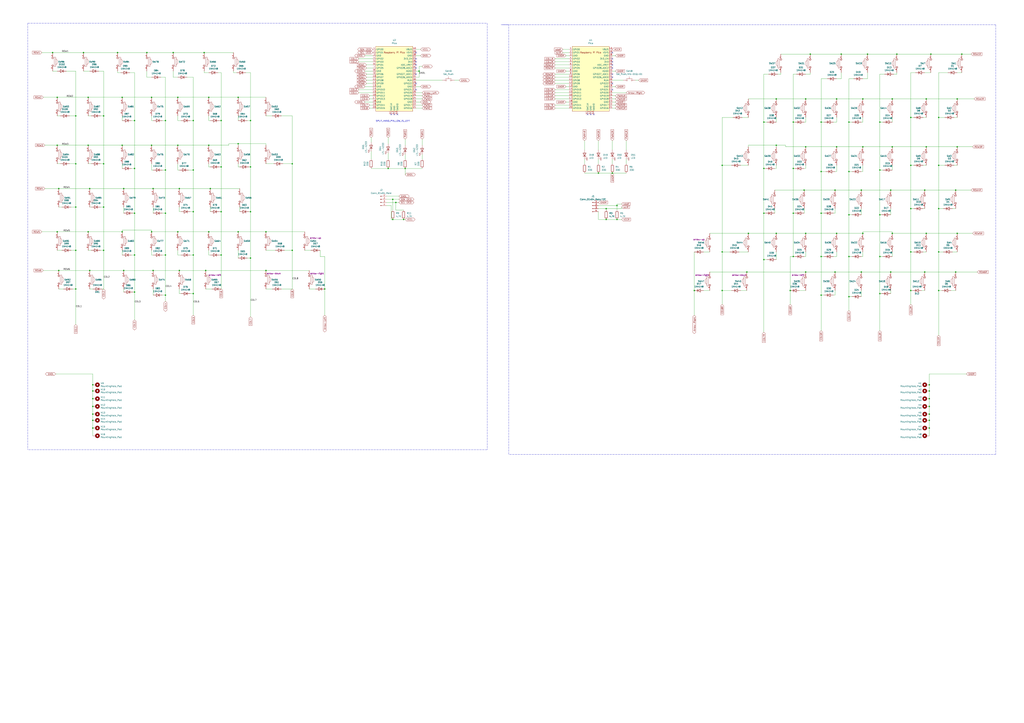
<source format=kicad_sch>
(kicad_sch (version 20211123) (generator eeschema)
  (paper "A1")
  (junction (at 763.27 351.79))
  (junction (at 712.47 44.45))
  (junction (at 697.23 243.84))
  (junction (at 135.89 242.57))
  (junction (at 195.58 80.01))
  (junction (at 125.73 154.94))
  (junction (at 637.54 191.77))
  (junction (at 110.49 209.55))
  (junction (at 637.54 81.28))
  (junction (at 627.38 100.33))
  (junction (at 613.41 223.52))
  (junction (at 722.63 210.82))
  (junction (at 770.89 207.01))
  (junction (at 124.46 80.01))
  (junction (at 732.79 191.77))
  (junction (at 68.58 43.18))
  (junction (at 722.63 176.53))
  (junction (at 760.73 120.65))
  (junction (at 570.23 238.76))
  (junction (at 73.66 222.25))
  (junction (at 748.03 207.01))
  (junction (at 661.67 223.52))
  (junction (at 651.51 210.82))
  (junction (at 674.37 210.82))
  (junction (at 48.26 222.25))
  (junction (at 784.86 223.52))
  (junction (at 770.89 238.76))
  (junction (at 110.49 138.43))
  (junction (at 85.09 170.18))
  (junction (at 158.75 99.06))
  (junction (at 62.23 205.74))
  (junction (at 158.75 241.3))
  (junction (at 181.61 99.06))
  (junction (at 76.2 345.44))
  (junction (at 135.89 175.26))
  (junction (at 593.09 238.76))
  (junction (at 205.74 99.06))
  (junction (at 763.27 345.44))
  (junction (at 722.63 139.7))
  (junction (at 789.94 44.45))
  (junction (at 674.37 140.97))
  (junction (at 760.73 81.28))
  (junction (at 135.89 99.06))
  (junction (at 100.33 119.38))
  (junction (at 72.39 80.01))
  (junction (at 748.03 171.45))
  (junction (at 205.74 137.16))
  (junction (at 101.6 222.25))
  (junction (at 736.6 44.45))
  (junction (at 661.67 120.65))
  (junction (at 142.24 43.18))
  (junction (at 687.07 120.65))
  (junction (at 110.49 175.26))
  (junction (at 593.09 135.89))
  (junction (at 763.27 321.31))
  (junction (at 120.65 43.18))
  (junction (at 786.13 191.77))
  (junction (at 784.86 156.21))
  (junction (at 171.45 80.01))
  (junction (at 674.37 100.33))
  (junction (at 697.23 140.97))
  (junction (at 627.38 175.26))
  (junction (at 76.2 321.31))
  (junction (at 146.05 80.01))
  (junction (at 218.44 222.25))
  (junction (at 147.32 154.94))
  (junction (at 85.09 205.74))
  (junction (at 158.75 209.55))
  (junction (at 748.03 135.89))
  (junction (at 62.23 95.25))
  (junction (at 722.63 241.3))
  (junction (at 344.17 58.42))
  (junction (at 759.46 223.52))
  (junction (at 110.49 240.03))
  (junction (at 46.99 190.5))
  (junction (at 158.75 173.99))
  (junction (at 147.32 222.25))
  (junction (at 786.13 120.65))
  (junction (at 491.49 142.24))
  (junction (at 62.23 134.62))
  (junction (at 110.49 99.06))
  (junction (at 674.37 175.26))
  (junction (at 708.66 120.65))
  (junction (at 660.4 156.21))
  (junction (at 101.6 154.94))
  (junction (at 240.03 134.62))
  (junction (at 146.05 119.38))
  (junction (at 748.03 96.52))
  (junction (at 76.2 316.23))
  (junction (at 240.03 205.74))
  (junction (at 697.23 210.82))
  (junction (at 322.58 163.83))
  (junction (at 687.07 191.77))
  (junction (at 73.66 154.94))
  (junction (at 763.27 327.66))
  (junction (at 76.2 351.79))
  (junction (at 651.51 175.26))
  (junction (at 627.38 138.43))
  (junction (at 763.27 316.23))
  (junction (at 731.52 223.52))
  (junction (at 722.63 100.33))
  (junction (at 124.46 190.5))
  (junction (at 637.54 119.38))
  (junction (at 732.79 81.28))
  (junction (at 763.27 334.01))
  (junction (at 707.39 223.52))
  (junction (at 181.61 209.55))
  (junction (at 171.45 119.38))
  (junction (at 661.67 81.28))
  (junction (at 158.75 139.7))
  (junction (at 72.39 190.5))
  (junction (at 665.48 44.45))
  (junction (at 732.79 120.65))
  (junction (at 135.89 209.55))
  (junction (at 195.58 118.11))
  (junction (at 770.89 171.45))
  (junction (at 697.23 100.33))
  (junction (at 661.67 191.77))
  (junction (at 690.88 44.45))
  (junction (at 614.68 191.77))
  (junction (at 731.52 156.21))
  (junction (at 124.46 119.38))
  (junction (at 96.52 43.18))
  (junction (at 181.61 137.16))
  (junction (at 685.8 156.21))
  (junction (at 331.47 180.34))
  (junction (at 786.13 81.28))
  (junction (at 266.7 237.49))
  (junction (at 506.73 180.34))
  (junction (at 205.74 173.99))
  (junction (at 674.37 242.57))
  (junction (at 770.89 135.89))
  (junction (at 593.09 207.01))
  (junction (at 697.23 176.53))
  (junction (at 322.58 180.34))
  (junction (at 325.12 166.37))
  (junction (at 100.33 80.01))
  (junction (at 167.64 43.18))
  (junction (at 76.2 334.01))
  (junction (at 43.18 43.18))
  (junction (at 76.2 327.66))
  (junction (at 648.97 238.76))
  (junction (at 627.38 213.36))
  (junction (at 332.74 138.43))
  (junction (at 748.03 238.76))
  (junction (at 205.74 212.09))
  (junction (at 46.99 119.38))
  (junction (at 651.51 100.33))
  (junction (at 497.84 180.34))
  (junction (at 181.61 173.99))
  (junction (at 707.39 156.21))
  (junction (at 497.84 171.45))
  (junction (at 76.2 340.36))
  (junction (at 502.92 142.24))
  (junction (at 770.89 96.52))
  (junction (at 318.77 138.43))
  (junction (at 506.73 168.91))
  (junction (at 62.23 170.18))
  (junction (at 759.46 156.21))
  (junction (at 72.39 119.38))
  (junction (at 168.91 222.25))
  (junction (at 85.09 134.62))
  (junction (at 763.27 340.36))
  (junction (at 100.33 190.5))
  (junction (at 687.07 81.28))
  (junction (at 171.45 190.5))
  (junction (at 146.05 190.5))
  (junction (at 125.73 222.25))
  (junction (at 708.66 191.77))
  (junction (at 685.8 223.52))
  (junction (at 218.44 190.5))
  (junction (at 172.72 154.94))
  (junction (at 651.51 138.43))
  (junction (at 85.09 95.25))
  (junction (at 760.73 191.77))
  (junction (at 46.99 80.01))
  (junction (at 195.58 190.5))
  (junction (at 764.54 44.45))
  (junction (at 135.89 139.7))
  (junction (at 48.26 154.94))
  (junction (at 62.23 237.49))
  (junction (at 708.66 81.28))
  (no_connect (at 341.63 60.96))
  (no_connect (at 341.63 48.26))
  (no_connect (at 321.31 93.98))
  (no_connect (at 323.85 93.98))
  (no_connect (at 502.92 48.26))
  (no_connect (at 502.92 53.34))
  (no_connect (at 487.68 93.98))
  (no_connect (at 341.63 73.66))
  (no_connect (at 341.63 55.88))
  (no_connect (at 502.92 43.18))
  (no_connect (at 341.63 43.18))
  (no_connect (at 341.63 68.58))
  (no_connect (at 502.92 60.96))
  (no_connect (at 502.92 68.58))
  (no_connect (at 502.92 50.8))
  (no_connect (at 326.39 93.98))
  (no_connect (at 341.63 50.8))
  (no_connect (at 482.6 93.98))
  (no_connect (at 485.14 93.98))
  (no_connect (at 502.92 73.66))
  (no_connect (at 341.63 53.34))
  (no_connect (at 502.92 63.5))
  (no_connect (at 502.92 55.88))
  (wire (pts (xy 678.18 140.97) (xy 674.37 140.97)))
  (wire (pts (xy 142.24 43.18) (xy 120.65 43.18)))
  (wire (pts (xy 100.33 205.74) (xy 100.33 209.55)))
  (wire (pts (xy 687.07 100.33) (xy 684.53 100.33)))
  (wire (pts (xy 652.78 175.26) (xy 651.51 175.26)))
  (polyline (pts (xy 817.88 20.32) (xy 817.88 373.38)))
  (wire (pts (xy 708.66 207.01) (xy 708.66 210.82)))
  (wire (pts (xy 708.66 120.65) (xy 687.07 120.65)))
  (wire (pts (xy 50.8 170.18) (xy 48.26 170.18)))
  (wire (pts (xy 341.63 83.82) (xy 345.44 83.82)))
  (wire (pts (xy 786.13 81.28) (xy 800.1 81.28)))
  (wire (pts (xy 661.67 210.82) (xy 660.4 210.82)))
  (wire (pts (xy 760.73 81.28) (xy 786.13 81.28)))
  (wire (pts (xy 135.89 242.57) (xy 133.35 242.57)))
  (wire (pts (xy 133.35 99.06) (xy 135.89 99.06)))
  (wire (pts (xy 674.37 242.57) (xy 674.37 210.82)))
  (wire (pts (xy 168.91 222.25) (xy 218.44 222.25)))
  (wire (pts (xy 158.75 209.55) (xy 158.75 173.99)))
  (wire (pts (xy 593.09 238.76) (xy 593.09 250.19)))
  (polyline (pts (xy 400.05 19.05) (xy 400.05 369.57)))
  (wire (pts (xy 480.06 115.57) (xy 480.06 123.19)))
  (wire (pts (xy 750.57 207.01) (xy 748.03 207.01)))
  (wire (pts (xy 697.23 243.84) (xy 699.77 243.84)))
  (wire (pts (xy 195.58 205.74) (xy 195.58 212.09)))
  (wire (pts (xy 648.97 238.76) (xy 648.97 250.19)))
  (wire (pts (xy 156.21 209.55) (xy 158.75 209.55)))
  (wire (pts (xy 648.97 210.82) (xy 651.51 210.82)))
  (wire (pts (xy 480.06 130.81) (xy 480.06 134.62)))
  (wire (pts (xy 455.93 48.26) (xy 467.36 48.26)))
  (wire (pts (xy 110.49 209.55) (xy 110.49 175.26)))
  (wire (pts (xy 50.8 205.74) (xy 46.99 205.74)))
  (wire (pts (xy 85.09 170.18) (xy 85.09 205.74)))
  (wire (pts (xy 609.6 96.52) (xy 614.68 96.52)))
  (wire (pts (xy 223.52 95.25) (xy 218.44 95.25)))
  (wire (pts (xy 455.93 60.96) (xy 467.36 60.96)))
  (wire (pts (xy 641.35 44.45) (xy 665.48 44.45)))
  (wire (pts (xy 120.65 63.5) (xy 120.65 58.42)))
  (wire (pts (xy 110.49 240.03) (xy 110.49 209.55)))
  (wire (pts (xy 76.2 316.23) (xy 76.2 307.34)))
  (wire (pts (xy 110.49 175.26) (xy 110.49 138.43)))
  (wire (pts (xy 158.75 99.06) (xy 158.75 63.5)))
  (wire (pts (xy 759.46 223.52) (xy 731.52 223.52)))
  (wire (pts (xy 748.03 59.69) (xy 748.03 96.52)))
  (wire (pts (xy 332.74 130.81) (xy 332.74 127)))
  (wire (pts (xy 784.86 223.52) (xy 802.64 223.52)))
  (wire (pts (xy 770.89 135.89) (xy 770.89 96.52)))
  (wire (pts (xy 637.54 81.28) (xy 661.67 81.28)))
  (wire (pts (xy 732.79 96.52) (xy 732.79 100.33)))
  (wire (pts (xy 146.05 99.06) (xy 148.59 99.06)))
  (wire (pts (xy 74.93 170.18) (xy 73.66 170.18)))
  (wire (pts (xy 748.03 207.01) (xy 748.03 238.76)))
  (wire (pts (xy 218.44 222.25) (xy 254 222.25)))
  (wire (pts (xy 480.06 142.24) (xy 491.49 142.24)))
  (wire (pts (xy 491.49 171.45) (xy 497.84 171.45)))
  (wire (pts (xy 577.85 238.76) (xy 582.93 238.76)))
  (wire (pts (xy 491.49 168.91) (xy 506.73 168.91)))
  (wire (pts (xy 661.67 191.77) (xy 637.54 191.77)))
  (polyline (pts (xy 417.83 373.38) (xy 417.83 20.32)))
  (wire (pts (xy 133.35 209.55) (xy 135.89 209.55)))
  (wire (pts (xy 240.03 134.62) (xy 240.03 205.74)))
  (wire (pts (xy 773.43 238.76) (xy 770.89 238.76)))
  (wire (pts (xy 125.73 99.06) (xy 124.46 99.06)))
  (wire (pts (xy 125.73 170.18) (xy 125.73 175.26)))
  (wire (pts (xy 321.31 180.34) (xy 322.58 180.34)))
  (wire (pts (xy 502.92 71.12) (xy 505.46 71.12)))
  (wire (pts (xy 83.82 237.49) (xy 85.09 237.49)))
  (wire (pts (xy 758.19 171.45) (xy 759.46 171.45)))
  (wire (pts (xy 628.65 138.43) (xy 627.38 138.43)))
  (wire (pts (xy 760.73 207.01) (xy 758.19 207.01)))
  (wire (pts (xy 72.39 190.5) (xy 100.33 190.5)))
  (wire (pts (xy 85.09 205.74) (xy 85.09 237.49)))
  (wire (pts (xy 171.45 59.69) (xy 167.64 59.69)))
  (wire (pts (xy 59.69 237.49) (xy 62.23 237.49)))
  (wire (pts (xy 708.66 190.5) (xy 708.66 191.77)))
  (wire (pts (xy 665.48 60.96) (xy 665.48 59.69)))
  (wire (pts (xy 58.42 170.18) (xy 62.23 170.18)))
  (wire (pts (xy 76.2 345.44) (xy 76.2 340.36)))
  (wire (pts (xy 76.2 334.01) (xy 76.2 327.66)))
  (wire (pts (xy 191.77 43.18) (xy 167.64 43.18)))
  (wire (pts (xy 687.07 140.97) (xy 687.07 135.89)))
  (wire (pts (xy 54.61 58.42) (xy 62.23 58.42)))
  (wire (pts (xy 146.05 119.38) (xy 171.45 119.38)))
  (wire (pts (xy 194.31 59.69) (xy 191.77 59.69)))
  (wire (pts (xy 712.47 64.77) (xy 712.47 59.69)))
  (wire (pts (xy 732.79 190.5) (xy 708.66 190.5)))
  (wire (pts (xy 784.86 238.76) (xy 781.05 238.76)))
  (wire (pts (xy 455.93 68.58) (xy 467.36 68.58)))
  (wire (pts (xy 124.46 63.5) (xy 120.65 63.5)))
  (wire (pts (xy 726.44 60.96) (xy 722.63 60.96)))
  (wire (pts (xy 782.32 171.45) (xy 784.86 171.45)))
  (wire (pts (xy 100.33 95.25) (xy 100.33 99.06)))
  (wire (pts (xy 652.78 210.82) (xy 651.51 210.82)))
  (wire (pts (xy 133.35 139.7) (xy 135.89 139.7)))
  (wire (pts (xy 125.73 242.57) (xy 125.73 237.49)))
  (wire (pts (xy 306.07 86.36) (xy 303.53 86.36)))
  (wire (pts (xy 660.4 156.21) (xy 685.8 156.21)))
  (wire (pts (xy 146.05 190.5) (xy 171.45 190.5)))
  (wire (pts (xy 467.36 71.12) (xy 464.82 71.12)))
  (wire (pts (xy 637.54 191.77) (xy 614.68 191.77)))
  (wire (pts (xy 203.2 212.09) (xy 205.74 212.09)))
  (wire (pts (xy 467.36 83.82) (xy 464.82 83.82)))
  (wire (pts (xy 467.36 88.9) (xy 455.93 88.9)))
  (wire (pts (xy 502.92 76.2) (xy 514.35 76.2)))
  (wire (pts (xy 783.59 96.52) (xy 786.13 96.52)))
  (wire (pts (xy 101.6 170.18) (xy 101.6 175.26)))
  (wire (pts (xy 304.8 138.43) (xy 318.77 138.43)))
  (wire (pts (xy 631.19 60.96) (xy 627.38 60.96)))
  (wire (pts (xy 147.32 241.3) (xy 148.59 241.3)))
  (wire (pts (xy 697.23 243.84) (xy 697.23 255.27)))
  (wire (pts (xy 96.52 59.69) (xy 99.06 59.69)))
  (wire (pts (xy 697.23 64.77) (xy 697.23 100.33)))
  (wire (pts (xy 109.22 175.26) (xy 110.49 175.26)))
  (wire (pts (xy 502.92 45.72) (xy 505.46 45.72)))
  (wire (pts (xy 148.59 209.55) (xy 146.05 209.55)))
  (wire (pts (xy 756.92 238.76) (xy 759.46 238.76)))
  (wire (pts (xy 628.65 175.26) (xy 627.38 175.26)))
  (wire (pts (xy 651.51 175.26) (xy 651.51 210.82)))
  (wire (pts (xy 107.95 99.06) (xy 110.49 99.06)))
  (wire (pts (xy 300.99 63.5) (xy 306.07 63.5)))
  (wire (pts (xy 49.53 95.25) (xy 46.99 95.25)))
  (wire (pts (xy 341.63 63.5) (xy 344.17 63.5)))
  (wire (pts (xy 502.92 78.74) (xy 505.46 78.74)))
  (wire (pts (xy 502.92 86.36) (xy 505.46 86.36)))
  (wire (pts (xy 34.29 190.5) (xy 46.99 190.5)))
  (wire (pts (xy 124.46 119.38) (xy 146.05 119.38)))
  (wire (pts (xy 331.47 180.34) (xy 332.74 180.34)))
  (wire (pts (xy 124.46 99.06) (xy 124.46 95.25)))
  (wire (pts (xy 101.6 154.94) (xy 73.66 154.94)))
  (wire (pts (xy 133.35 175.26) (xy 135.89 175.26)))
  (wire (pts (xy 100.33 189.23) (xy 124.46 189.23)))
  (wire (pts (xy 96.52 58.42) (xy 96.52 59.69)))
  (wire (pts (xy 203.2 99.06) (xy 205.74 99.06)))
  (wire (pts (xy 690.88 59.69) (xy 690.88 64.77)))
  (wire (pts (xy 652.78 138.43) (xy 651.51 138.43)))
  (wire (pts (xy 100.33 80.01) (xy 72.39 80.01)))
  (wire (pts (xy 707.39 100.33) (xy 708.66 100.33)))
  (wire (pts (xy 172.72 170.18) (xy 172.72 173.99)))
  (wire (pts (xy 344.17 58.42) (xy 341.63 58.42)))
  (wire (pts (xy 736.6 60.96) (xy 734.06 60.96)))
  (wire (pts (xy 146.05 139.7) (xy 146.05 134.62)))
  (wire (pts (xy 331.47 172.72) (xy 325.12 172.72)))
  (wire (pts (xy 232.41 134.62) (xy 240.03 134.62)))
  (wire (pts (xy 731.52 156.21) (xy 759.46 156.21)))
  (wire (pts (xy 142.24 58.42) (xy 142.24 63.5)))
  (wire (pts (xy 763.27 316.23) (xy 763.27 307.34)))
  (wire (pts (xy 299.72 58.42) (xy 306.07 58.42)))
  (wire (pts (xy 100.33 190.5) (xy 100.33 189.23)))
  (wire (pts (xy 736.6 59.69) (xy 736.6 60.96)))
  (wire (pts (xy 135.89 99.06) (xy 135.89 139.7)))
  (wire (pts (xy 708.66 191.77) (xy 687.07 191.77)))
  (wire (pts (xy 506.73 167.64) (xy 510.54 167.64)))
  (wire (pts (xy 674.37 175.26) (xy 674.37 140.97)))
  (wire (pts (xy 722.63 176.53) (xy 722.63 139.7)))
  (wire (pts (xy 497.84 180.34) (xy 506.73 180.34)))
  (wire (pts (xy 181.61 99.06) (xy 181.61 137.16)))
  (wire (pts (xy 491.49 130.81) (xy 491.49 134.62)))
  (wire (pts (xy 240.03 205.74) (xy 240.03 237.49)))
  (wire (pts (xy 770.89 238.76) (xy 770.89 207.01)))
  (polyline (pts (xy 400.05 369.57) (xy 22.86 369.57)))
  (wire (pts (xy 510.54 170.18) (xy 510.54 171.45)))
  (wire (pts (xy 770.89 238.76) (xy 770.89 275.59)))
  (wire (pts (xy 179.07 59.69) (xy 181.61 59.69)))
  (wire (pts (xy 690.88 64.77) (xy 687.07 64.77)))
  (wire (pts (xy 74.93 95.25) (xy 72.39 95.25)))
  (wire (pts (xy 455.93 78.74) (xy 467.36 78.74)))
  (wire (pts (xy 300.99 68.58) (xy 306.07 68.58)))
  (wire (pts (xy 763.27 334.01) (xy 763.27 327.66)))
  (wire (pts (xy 760.73 191.77) (xy 732.79 191.77)))
  (polyline (pts (xy 817.88 373.38) (xy 417.83 373.38)))
  (wire (pts (xy 637.54 119.38) (xy 637.54 120.65)))
  (wire (pts (xy 76.2 351.79) (xy 76.2 345.44)))
  (wire (pts (xy 674.37 242.57) (xy 674.37 271.78)))
  (wire (pts (xy 240.03 95.25) (xy 240.03 134.62)))
  (wire (pts (xy 699.77 140.97) (xy 697.23 140.97)))
  (wire (pts (xy 462.28 43.18) (xy 467.36 43.18)))
  (wire (pts (xy 491.49 173.99) (xy 491.49 180.34)))
  (wire (pts (xy 732.79 81.28) (xy 760.73 81.28)))
  (wire (pts (xy 707.39 223.52) (xy 685.8 223.52)))
  (wire (pts (xy 629.92 213.36) (xy 627.38 213.36)))
  (wire (pts (xy 708.66 81.28) (xy 732.79 81.28)))
  (wire (pts (xy 135.89 139.7) (xy 135.89 175.26)))
  (wire (pts (xy 226.06 205.74) (xy 218.44 205.74)))
  (wire (pts (xy 502.92 66.04) (xy 511.81 66.04)))
  (wire (pts (xy 109.22 240.03) (xy 110.49 240.03)))
  (wire (pts (xy 629.92 100.33) (xy 627.38 100.33)))
  (wire (pts (xy 708.66 140.97) (xy 707.39 140.97)))
  (wire (pts (xy 57.15 95.25) (xy 62.23 95.25)))
  (wire (pts (xy 514.35 130.81) (xy 514.35 134.62)))
  (wire (pts (xy 763.27 327.66) (xy 763.27 321.31)))
  (wire (pts (xy 723.9 176.53) (xy 722.63 176.53)))
  (wire (pts (xy 306.07 81.28) (xy 303.53 81.28)))
  (wire (pts (xy 218.44 190.5) (xy 250.19 190.5)))
  (wire (pts (xy 660.4 171.45) (xy 660.4 175.26)))
  (wire (pts (xy 195.58 118.11) (xy 218.44 118.11)))
  (wire (pts (xy 722.63 100.33) (xy 722.63 60.96)))
  (wire (pts (xy 156.21 99.06) (xy 158.75 99.06)))
  (wire (pts (xy 701.04 64.77) (xy 697.23 64.77)))
  (wire (pts (xy 46.99 58.42) (xy 43.18 58.42)))
  (wire (pts (xy 332.74 138.43) (xy 332.74 143.51)))
  (wire (pts (xy 167.64 59.69) (xy 167.64 58.42)))
  (wire (pts (xy 158.75 173.99) (xy 158.75 139.7)))
  (wire (pts (xy 171.45 99.06) (xy 171.45 95.25)))
  (wire (pts (xy 153.67 63.5) (xy 158.75 63.5)))
  (wire (pts (xy 497.84 171.45) (xy 497.84 172.72)))
  (wire (pts (xy 636.27 156.21) (xy 660.4 156.21)))
  (wire (pts (xy 775.97 135.89) (xy 770.89 135.89)))
  (wire (pts (xy 318.77 138.43) (xy 332.74 138.43)))
  (wire (pts (xy 608.33 238.76) (xy 613.41 238.76)))
  (wire (pts (xy 782.32 207.01) (xy 786.13 207.01)))
  (wire (pts (xy 294.64 73.66) (xy 306.07 73.66)))
  (wire (pts (xy 107.95 138.43) (xy 110.49 138.43)))
  (wire (pts (xy 344.17 58.42) (xy 344.17 63.5)))
  (wire (pts (xy 100.33 134.62) (xy 100.33 138.43)))
  (wire (pts (xy 147.32 154.94) (xy 125.73 154.94)))
  (wire (pts (xy 665.48 44.45) (xy 690.88 44.45)))
  (wire (pts (xy 651.51 60.96) (xy 651.51 100.33)))
  (wire (pts (xy 506.73 172.72) (xy 506.73 168.91)))
  (wire (pts (xy 172.72 99.06) (xy 171.45 99.06)))
  (wire (pts (xy 306.07 88.9) (xy 303.53 88.9)))
  (wire (pts (xy 262.89 210.82) (xy 262.89 205.74)))
  (wire (pts (xy 43.18 43.18) (xy 68.58 43.18)))
  (wire (pts (xy 107.95 209.55) (xy 110.49 209.55)))
  (wire (pts (xy 341.63 40.64) (xy 345.44 40.64)))
  (wire (pts (xy 317.5 166.37) (xy 325.12 166.37)))
  (wire (pts (xy 135.89 63.5) (xy 135.89 99.06)))
  (wire (pts (xy 196.85 170.18) (xy 196.85 173.99)))
  (wire (pts (xy 654.05 60.96) (xy 651.51 60.96)))
  (wire (pts (xy 46.99 119.38) (xy 36.83 119.38)))
  (wire (pts (xy 758.19 96.52) (xy 760.73 96.52)))
  (wire (pts (xy 341.63 76.2) (xy 346.71 76.2)))
  (wire (pts (xy 467.36 58.42) (xy 464.82 58.42)))
  (polyline (pts (xy 22.86 19.05) (xy 22.86 369.57)))
  (wire (pts (xy 731.52 171.45) (xy 731.52 176.53)))
  (wire (pts (xy 106.68 59.69) (xy 110.49 59.69)))
  (wire (pts (xy 627.38 100.33) (xy 627.38 60.96)))
  (wire (pts (xy 661.67 60.96) (xy 665.48 60.96)))
  (wire (pts (xy 82.55 95.25) (xy 85.09 95.25)))
  (wire (pts (xy 614.68 119.38) (xy 614.68 120.65)))
  (wire (pts (xy 124.46 209.55) (xy 125.73 209.55)))
  (wire (pts (xy 195.58 118.11) (xy 195.58 119.38)))
  (wire (pts (xy 346.71 81.28) (xy 341.63 81.28)))
  (wire (pts (xy 300.99 66.04) (xy 306.07 66.04)))
  (wire (pts (xy 146.05 95.25) (xy 146.05 99.06)))
  (wire (pts (xy 656.59 238.76) (xy 661.67 238.76)))
  (wire (pts (xy 74.93 134.62) (xy 72.39 134.62)))
  (wire (pts (xy 158.75 259.08) (xy 158.75 241.3)))
  (wire (pts (xy 171.45 119.38) (xy 187.96 119.38)))
  (wire (pts (xy 607.06 207.01) (xy 614.68 207.01)))
  (wire (pts (xy 685.8 242.57) (xy 684.53 242.57)))
  (wire (pts (xy 195.58 95.25) (xy 195.58 99.06)))
  (wire (pts (xy 299.72 45.72) (xy 306.07 45.72)))
  (wire (pts (xy 76.2 321.31) (xy 76.2 316.23)))
  (wire (pts (xy 608.33 135.89) (xy 614.68 135.89)))
  (wire (pts (xy 46.99 119.38) (xy 72.39 119.38)))
  (wire (pts (xy 722.63 139.7) (xy 722.63 100.33)))
  (wire (pts (xy 344.17 54.61) (xy 344.17 58.42)))
  (wire (pts (xy 763.27 321.31) (xy 763.27 316.23)))
  (wire (pts (xy 266.7 210.82) (xy 266.7 237.49)))
  (wire (pts (xy 775.97 96.52) (xy 770.89 96.52)))
  (wire (pts (xy 325.12 166.37) (xy 327.66 166.37)))
  (wire (pts (xy 455.93 73.66) (xy 467.36 73.66)))
  (wire (pts (xy 317.5 163.83) (xy 322.58 163.83)))
  (wire (pts (xy 223.52 237.49) (xy 218.44 237.49)))
  (wire (pts (xy 187.96 118.11) (xy 195.58 118.11)))
  (wire (pts (xy 627.38 213.36) (xy 627.38 273.05)))
  (wire (pts (xy 135.89 247.65) (xy 135.89 242.57)))
  (wire (pts (xy 750.57 135.89) (xy 748.03 135.89)))
  (wire (pts (xy 205.74 137.16) (xy 205.74 99.06)))
  (wire (pts (xy 770.89 96.52) (xy 770.89 59.69)))
  (wire (pts (xy 81.28 58.42) (xy 85.09 58.42)))
  (wire (pts (xy 100.33 119.38) (xy 124.46 119.38)))
  (wire (pts (xy 674.37 100.33) (xy 674.37 64.77)))
  (wire (pts (xy 786.13 59.69) (xy 789.94 59.69)))
  (wire (pts (xy 731.52 238.76) (xy 731.52 241.3)))
  (wire (pts (xy 181.61 59.69) (xy 181.61 99.06)))
  (wire (pts (xy 205.74 173.99) (xy 205.74 137.16)))
  (wire (pts (xy 793.75 307.34) (xy 763.27 307.34)))
  (wire (pts (xy 687.07 120.65) (xy 661.67 120.65)))
  (wire (pts (xy 346.71 86.36) (xy 341.63 86.36)))
  (wire (pts (xy 180.34 173.99) (xy 181.61 173.99)))
  (wire (pts (xy 294.64 50.8) (xy 306.07 50.8)))
  (wire (pts (xy 304.8 116.84) (xy 304.8 113.03)))
  (wire (pts (xy 502.92 81.28) (xy 505.46 81.28)))
  (wire (pts (xy 48.26 222.25) (xy 73.66 222.25)))
  (wire (pts (xy 345.44 45.72) (xy 341.63 45.72)))
  (wire (pts (xy 341.63 78.74) (xy 346.71 78.74)))
  (wire (pts (xy 763.27 358.14) (xy 763.27 351.79)))
  (wire (pts (xy 570.23 207.01) (xy 570.23 238.76)))
  (wire (pts (xy 732.79 191.77) (xy 732.79 190.5)))
  (wire (pts (xy 637.54 96.52) (xy 637.54 100.33)))
  (wire (pts (xy 759.46 59.69) (xy 764.54 59.69)))
  (wire (pts (xy 172.72 154.94) (xy 147.32 154.94)))
  (wire (pts (xy 171.45 190.5) (xy 195.58 190.5)))
  (wire (pts (xy 171.45 205.74) (xy 171.45 209.55)))
  (wire (pts (xy 685.8 175.26) (xy 684.53 175.26)))
  (wire (pts (xy 637.54 207.01) (xy 637.54 213.36)))
  (wire (pts (xy 708.66 64.77) (xy 712.47 64.77)))
  (wire (pts (xy 467.36 76.2) (xy 455.93 76.2)))
  (wire (pts (xy 195.58 80.01) (xy 171.45 80.01)))
  (wire (pts (xy 135.89 209.55) (xy 135.89 242.57)))
  (wire (pts (xy 231.14 237.49) (xy 240.03 237.49)))
  (wire (pts (xy 748.03 171.45) (xy 748.03 207.01)))
  (wire (pts (xy 467.36 45.72) (xy 464.82 45.72)))
  (wire (pts (xy 685.8 238.76) (xy 685.8 242.57)))
  (wire (pts (xy 204.47 137.16) (xy 205.74 137.16)))
  (wire (pts (xy 750.57 96.52) (xy 748.03 96.52)))
  (wire (pts (xy 124.46 205.74) (xy 124.46 209.55)))
  (wire (pts (xy 110.49 262.89) (xy 110.49 240.03)))
  (wire (pts (xy 462.28 40.64) (xy 467.36 40.64)))
  (wire (pts (xy 317.5 168.91) (xy 321.31 168.91)))
  (wire (pts (xy 322.58 163.83) (xy 322.58 172.72)))
  (wire (pts (xy 514.35 115.57) (xy 514.35 123.19)))
  (wire (pts (xy 707.39 156.21) (xy 731.52 156.21)))
  (wire (pts (xy 57.15 134.62) (xy 62.23 134.62)))
  (wire (pts (xy 760.73 120.65) (xy 732.79 120.65)))
  (wire (pts (xy 687.07 96.52) (xy 687.07 100.33)))
  (wire (pts (xy 651.51 100.33) (xy 651.51 138.43)))
  (wire (pts (xy 467.36 53.34) (xy 455.93 53.34)))
  (wire (pts (xy 294.64 76.2) (xy 306.07 76.2)))
  (wire (pts (xy 146.05 80.01) (xy 124.46 80.01)))
  (wire (pts (xy 205.74 260.35) (xy 205.74 212.09)))
  (wire (pts (xy 124.46 80.01) (xy 100.33 80.01)))
  (wire (pts (xy 58.42 205.74) (xy 62.23 205.74)))
  (wire (pts (xy 73.66 58.42) (xy 68.58 58.42)))
  (wire (pts (xy 708.66 135.89) (xy 708.66 140.97)))
  (wire (pts (xy 377.19 66.04) (xy 373.38 66.04)))
  (wire (pts (xy 205.74 212.09) (xy 205.74 173.99)))
  (wire (pts (xy 62.23 237.49) (xy 62.23 205.74)))
  (wire (pts (xy 195.58 190.5) (xy 218.44 190.5)))
  (wire (pts (xy 262.89 210.82) (xy 266.7 210.82)))
  (wire (pts (xy 125.73 222.25) (xy 147.32 222.25)))
  (wire (pts (xy 147.32 170.18) (xy 147.32 173.99)))
  (wire (pts (xy 502.92 115.57) (xy 502.92 123.19)))
  (wire (pts (xy 72.39 205.74) (xy 74.93 205.74)))
  (wire (pts (xy 674.37 140.97) (xy 674.37 100.33)))
  (wire (pts (xy 82.55 134.62) (xy 85.09 134.62)))
  (wire (pts (xy 62.23 170.18) (xy 62.23 134.62)))
  (wire (pts (xy 306.07 48.26) (xy 294.64 48.26)))
  (wire (pts (xy 168.91 222.25) (xy 147.32 222.25)))
  (wire (pts (xy 146.05 209.55) (xy 146.05 205.74)))
  (wire (pts (xy 676.91 210.82) (xy 674.37 210.82)))
  (wire (pts (xy 147.32 173.99) (xy 148.59 173.99)))
  (wire (pts (xy 101.6 237.49) (xy 101.6 240.03)))
  (wire (pts (xy 48.26 154.94) (xy 36.83 154.94)))
  (wire (pts (xy 171.45 137.16) (xy 171.45 134.62)))
  (wire (pts (xy 48.26 222.25) (xy 35.56 222.25)))
  (wire (pts (xy 758.19 135.89) (xy 760.73 135.89)))
  (wire (pts (xy 322.58 180.34) (xy 331.47 180.34)))
  (wire (pts (xy 172.72 137.16) (xy 171.45 137.16)))
  (wire (pts (xy 299.72 83.82) (xy 306.07 83.82)))
  (wire (pts (xy 661.67 138.43) (xy 661.67 135.89)))
  (wire (pts (xy 684.53 210.82) (xy 687.07 210.82)))
  (wire (pts (xy 648.97 210.82) (xy 648.97 238.76)))
  (wire (pts (xy 304.8 130.81) (xy 304.8 124.46)))
  (wire (pts (xy 196.85 137.16) (xy 195.58 137.16)))
  (wire (pts (xy 156.21 173.99) (xy 158.75 173.99)))
  (wire (pts (xy 770.89 207.01) (xy 770.89 171.45)))
  (wire (pts (xy 712.47 44.45) (xy 736.6 44.45)))
  (wire (pts (xy 173.99 237.49) (xy 168.91 237.49)))
  (wire (pts (xy 763.27 334.01) (xy 763.27 340.36)))
  (wire (pts (xy 167.64 43.18) (xy 142.24 43.18)))
  (wire (pts (xy 506.73 168.91) (xy 506.73 167.64)))
  (wire (pts (xy 638.81 60.96) (xy 641.35 60.96)))
  (wire (pts (xy 764.54 44.45) (xy 736.6 44.45)))
  (wire (pts (xy 147.32 139.7) (xy 146.05 139.7)))
  (wire (pts (xy 687.07 81.28) (xy 708.66 81.28)))
  (wire (pts (xy 707.39 171.45) (xy 707.39 176.53)))
  (wire (pts (xy 467.36 81.28) (xy 455.93 81.28)))
  (wire (pts (xy 110.49 99.06) (xy 110.49 59.69)))
  (wire (pts (xy 506.73 180.34) (xy 510.54 180.34)))
  (wire (pts (xy 85.09 134.62) (xy 85.09 170.18)))
  (wire (pts (xy 497.84 171.45) (xy 510.54 171.45)))
  (wire (pts (xy 661.67 81.28) (xy 687.07 81.28)))
  (wire (pts (xy 124.46 134.62) (xy 124.46 139.7)))
  (wire (pts (xy 76.2 358.14) (xy 76.2 351.79)))
  (wire (pts (xy 255.27 205.74) (xy 250.19 205.74)))
  (wire (pts (xy 759.46 156.21) (xy 784.86 156.21)))
  (wire (pts (xy 300.99 60.96) (xy 306.07 60.96)))
  (wire (pts (xy 725.17 139.7) (xy 722.63 139.7)))
  (wire (pts (xy 593.09 135.89) (xy 593.09 207.01)))
  (wire (pts (xy 171.45 209.55) (xy 172.72 209.55)))
  (wire (pts (xy 76.2 334.01) (xy 76.2 340.36)))
  (wire (pts (xy 62.23 95.25) (xy 62.23 58.42)))
  (wire (pts (xy 318.77 125.73) (xy 318.77 130.81)))
  (wire (pts (xy 599.44 207.01) (xy 593.09 207.01)))
  (wire (pts (xy 467.36 66.04) (xy 455.93 66.04)))
  (wire (pts (xy 341.63 66.04) (xy 363.22 66.04)))
  (wire (pts (xy 697.23 100.33) (xy 697.23 140.97)))
  (wire (pts (xy 332.74 138.43) (xy 346.71 138.43)))
  (wire (pts (xy 699.77 176.53) (xy 697.23 176.53)))
  (wire (pts (xy 676.91 100.33) (xy 674.37 100.33)))
  (wire (pts (xy 73.66 154.94) (xy 48.26 154.94)))
  (wire (pts (xy 637.54 138.43) (xy 637.54 135.89)))
  (wire (pts (xy 570.23 238.76) (xy 570.23 259.08)))
  (wire (pts (xy 147.32 237.49) (xy 147.32 241.3)))
  (wire (pts (xy 125.73 154.94) (xy 101.6 154.94)))
  (wire (pts (xy 49.53 134.62) (xy 46.99 134.62)))
  (wire (pts (xy 502.92 130.81) (xy 502.92 134.62)))
  (wire (pts (xy 346.71 119.38) (xy 346.71 114.3)))
  (wire (pts (xy 321.31 168.91) (xy 321.31 180.34)))
  (wire (pts (xy 82.55 205.74) (xy 85.09 205.74)))
  (wire (pts (xy 732.79 120.65) (xy 708.66 120.65)))
  (wire (pts (xy 45.72 307.34) (xy 76.2 307.34)))
  (wire (pts (xy 774.7 207.01) (xy 770.89 207.01)))
  (wire (pts (xy 201.93 59.69) (xy 205.74 59.69)))
  (wire (pts (xy 685.8 156.21) (xy 707.39 156.21)))
  (wire (pts (xy 306.07 55.88) (xy 300.99 55.88)))
  (wire (pts (xy 180.34 137.16) (xy 181.61 137.16)))
  (wire (pts (xy 306.07 78.74) (xy 303.53 78.74)))
  (wire (pts (xy 679.45 64.77) (xy 674.37 64.77)))
  (wire (pts (xy 699.77 100.33) (xy 697.23 100.33)))
  (wire (pts (xy 749.3 238.76) (xy 748.03 238.76)))
  (wire (pts (xy 180.34 209.55) (xy 181.61 209.55)))
  (wire (pts (xy 645.16 119.38) (xy 637.54 119.38)))
  (wire (pts (xy 748.03 135.89) (xy 748.03 171.45)))
  (wire (pts (xy 491.49 142.24) (xy 502.92 142.24)))
  (wire (pts (xy 491.49 180.34) (xy 497.84 180.34)))
  (wire (pts (xy 593.09 238.76) (xy 593.09 207.01)))
  (wire (pts (xy 181.61 209.55) (xy 181.61 237.49)))
  (wire (pts (xy 732.79 135.89) (xy 732.79 139.7)))
  (wire (pts (xy 180.34 99.06) (xy 181.61 99.06)))
  (wire (pts (xy 685.8 140.97) (xy 687.07 140.97)))
  (wire (pts (xy 158.75 241.3) (xy 158.75 209.55)))
  (wire (pts (xy 636.27 138.43) (xy 637.54 138.43)))
  (wire (pts (xy 156.21 241.3) (xy 158.75 241.3)))
  (wire (pts (xy 72.39 80.01) (xy 46.99 80.01)))
  (wire (pts (xy 627.38 138.43) (xy 627.38 100.33)))
  (wire (pts (xy 72.39 119.38) (xy 100.33 119.38)))
  (wire (pts (xy 322.58 163.83) (xy 327.66 163.83)))
  (wire (pts (xy 266.7 237.49) (xy 266.7 259.08)))
  (wire (pts (xy 85.09 58.42) (xy 85.09 95.25)))
  (wire (pts (xy 171.45 80.01) (xy 146.05 80.01)))
  (wire (pts (xy 346.71 54.61) (xy 344.17 54.61)))
  (wire (pts (xy 76.2 237.49) (xy 73.66 237.49)))
  (wire (pts (xy 124.46 139.7) (xy 125.73 139.7)))
  (wire (pts (xy 85.09 95.25) (xy 85.09 134.62)))
  (wire (pts (xy 467.36 63.5) (xy 455.93 63.5)))
  (wire (pts (xy 661.67 120.65) (xy 645.16 120.65)))
  (wire (pts (xy 708.66 100.33) (xy 708.66 96.52)))
  (wire (pts (xy 317.5 161.29) (xy 327.66 161.29)))
  (wire (pts (xy 784.86 156.21) (xy 797.56 156.21)))
  (wire (pts (xy 784.86 223.52) (xy 759.46 223.52)))
  (wire (pts (xy 748.03 238.76) (xy 748.03 250.19)))
  (wire (pts (xy 786.13 120.65) (xy 760.73 120.65)))
  (wire (pts (xy 674.37 210.82) (xy 674.37 175.26)))
  (wire (pts (xy 577.85 207.01) (xy 582.93 207.01)))
  (wire (pts (xy 259.08 237.49) (xy 254 237.49)))
  (wire (pts (xy 697.23 140.97) (xy 697.23 176.53)))
  (wire (pts (xy 205.74 99.06) (xy 205.74 59.69)))
  (wire (pts (xy 786.13 120.65) (xy 798.83 120.65)))
  (wire (pts (xy 101.6 222.25) (xy 125.73 222.25)))
  (wire (pts (xy 299.72 71.12) (xy 306.07 71.12)))
  (wire (pts (xy 142.24 63.5) (xy 146.05 63.5)))
  (wire (pts (xy 731.52 223.52) (xy 707.39 223.52)))
  (wire (pts (xy 770.89 171.45) (xy 770.89 135.89)))
  (wire (pts (xy 181.61 173.99) (xy 181.61 209.55)))
  (polyline (pts (xy 22.86 19.05) (xy 400.05 19.05)))
  (wire (pts (xy 697.23 176.53) (xy 697.23 210.82)))
  (wire (pts (xy 627.38 175.26) (xy 627.38 138.43)))
  (wire (pts (xy 722.63 241.3) (xy 722.63 210.82)))
  (wire (pts (xy 48.26 237.49) (xy 52.07 237.49)))
  (wire (pts (xy 690.88 44.45) (xy 712.47 44.45)))
  (wire (pts (xy 751.84 59.69) (xy 748.03 59.69)))
  (wire (pts (xy 231.14 95.25) (xy 240.03 95.25)))
  (wire (pts (xy 455.93 55.88) (xy 467.36 55.88)))
  (wire (pts (xy 593.09 96.52) (xy 593.09 135.89)))
  (wire (pts (xy 195.58 137.16) (xy 195.58 134.62)))
  (wire (pts (xy 652.78 100.33) (xy 651.51 100.33)))
  (wire (pts (xy 750.57 171.45) (xy 748.03 171.45)))
  (wire (pts (xy 636.27 171.45) (xy 636.27 175.26)))
  (wire (pts (xy 600.71 238.76) (xy 593.09 238.76)))
  (wire (pts (xy 637.54 119.38) (xy 614.68 119.38)))
  (wire (pts (xy 660.4 100.33) (xy 661.67 100.33)))
  (wire (pts (xy 732.79 207.01) (xy 732.79 210.82)))
  (wire (pts (xy 502.92 142.24) (xy 514.35 142.24)))
  (wire (pts (xy 725.17 100.33) (xy 722.63 100.33)))
  (polyline (pts (xy 412.75 20.32) (xy 417.83 20.32)))
  (wire (pts (xy 467.36 50.8) (xy 455.93 50.8)))
  (wire (pts (xy 46.99 80.01) (xy 35.56 80.01)))
  (wire (pts (xy 722.63 241.3) (xy 722.63 271.78)))
  (wire (pts (xy 300.99 53.34) (xy 306.07 53.34)))
  (wire (pts (xy 786.13 191.77) (xy 760.73 191.77)))
  (wire (pts (xy 218.44 118.11) (xy 218.44 119.38)))
  (wire (pts (xy 346.71 130.81) (xy 346.71 127)))
  (wire (pts (xy 341.63 71.12) (xy 345.44 71.12)))
  (wire (pts (xy 676.91 242.57) (xy 674.37 242.57)))
  (wire (pts (xy 76.2 327.66) (xy 76.2 321.31)))
  (wire (pts (xy 124.46 190.5) (xy 146.05 190.5)))
  (polyline (pts (xy 411.48 20.32) (xy 817.88 20.32)))
  (wire (pts (xy 614.68 81.28) (xy 637.54 81.28)))
  (wire (pts (xy 62.23 134.62) (xy 62.23 95.25)))
  (wire (pts (xy 218.44 80.01) (xy 195.58 80.01)))
  (wire (pts (xy 132.08 63.5) (xy 135.89 63.5)))
  (wire (pts (xy 124.46 189.23) (xy 124.46 190.5)))
  (wire (pts (xy 455.93 86.36) (xy 467.36 86.36)))
  (wire (pts (xy 582.93 191.77) (xy 614.68 191.77)))
  (wire (pts (xy 789.94 44.45) (xy 764.54 44.45)))
  (wire (pts (xy 502.92 83.82) (xy 505.46 83.82)))
  (wire (pts (xy 687.07 191.77) (xy 661.67 191.77)))
  (wire (pts (xy 600.71 135.89) (xy 593.09 135.89)))
  (wire (pts (xy 196.85 154.94) (xy 172.72 154.94)))
  (wire (pts (xy 707.39 243.84) (xy 707.39 238.76)))
  (wire (pts (xy 641.35 60.96) (xy 641.35 59.69)))
  (wire (pts (xy 82.55 170.18) (xy 85.09 170.18)))
  (wire (pts (xy 627.38 213.36) (xy 627.38 175.26)))
  (wire (pts (xy 43.18 43.18) (xy 34.29 43.18)))
  (wire (pts (xy 676.91 175.26) (xy 674.37 175.26)))
  (wire (pts (xy 774.7 171.45) (xy 770.89 171.45)))
  (wire (pts (xy 748.03 96.52) (xy 748.03 135.89)))
  (wire (pts (xy 502.92 58.42) (xy 505.46 58.42)))
  (wire (pts (xy 708.66 210.82) (xy 707.39 210.82)))
  (wire (pts (xy 722.63 210.82) (xy 722.63 176.53)))
  (wire (pts (xy 783.59 135.89) (xy 786.13 135.89)))
  (wire (pts (xy 46.99 190.5) (xy 72.39 190.5)))
  (wire (pts (xy 135.89 175.26) (xy 135.89 209.55)))
  (wire (pts (xy 778.51 59.69) (xy 770.89 59.69)))
  (wire (pts (xy 204.47 173.99) (xy 205.74 173.99)))
  (wire (pts (xy 725.17 210.82) (xy 722.63 210.82)))
  (wire (pts (xy 763.27 345.44) (xy 763.27 340.36)))
  (wire (pts (xy 697.23 210.82) (xy 697.23 243.84)))
  (wire (pts (xy 763.27 351.79) (xy 763.27 345.44)))
  (wire (pts (xy 798.83 191.77) (xy 786.13 191.77)))
  (wire (pts (xy 661.67 100.33) (xy 661.67 96.52)))
  (wire (pts (xy 661.67 207.01) (xy 661.67 210.82)))
  (wire (pts (xy 68.58 43.18) (xy 96.52 43.18)))
  (wire (pts (xy 645.16 120.65) (xy 645.16 119.38)))
  (wire (pts (xy 110.49 138.43) (xy 110.49 99.06)))
  (wire (pts (xy 191.77 59.69) (xy 191.77 58.42)))
  (wire (pts (xy 660.4 138.43) (xy 661.67 138.43)))
  (wire (pts (xy 158.75 139.7) (xy 158.75 99.06)))
  (wire (pts (xy 62.23 205.74) (xy 62.23 170.18)))
  (wire (pts (xy 613.41 223.52) (xy 661.67 223.52)))
  (wire (pts (xy 502.92 88.9) (xy 505.46 88.9)))
  (wire (pts (xy 73.66 222.25) (xy 101.6 222.25)))
  (wire (pts (xy 325.12 166.37) (xy 325.12 172.72)))
  (wire (pts (xy 687.07 210.82) (xy 687.07 207.01)))
  (wire (pts (xy 491.49 115.57) (xy 491.49 123.19)))
  (wire (pts (xy 613.41 223.52) (xy 582.93 223.52)))
  (wire (pts (xy 233.68 205.74) (xy 240.03 205.74)))
  (wire (pts (xy 318.77 113.03) (xy 318.77 118.11)))
  (wire (pts (xy 685.8 171.45) (xy 685.8 175.26)))
  (wire (pts (xy 224.79 134.62) (xy 218.44 134.62)))
  (wire (pts (xy 62.23 237.49) (xy 62.23 266.7)))
  (wire (pts (xy 661.67 223.52) (xy 685.8 223.52)))
  (wire (pts (xy 601.98 96.52) (xy 593.09 96.52)))
  (wire (pts (xy 332.74 119.38) (xy 332.74 114.3)))
  (wire (pts (xy 341.63 88.9) (xy 346.71 88.9)))
  (wire (pts (xy 181.61 137.16) (xy 181.61 173.99)))
  (wire (pts (xy 521.97 66.04) (xy 524.51 66.04)))
  (wire (pts (xy 723.9 241.3) (xy 722.63 241.3)))
  (wire (pts (xy 154.94 139.7) (xy 158.75 139.7)))
  (wire (pts (xy 651.51 138.43) (xy 651.51 175.26)))
  (wire (pts (xy 120.65 43.18) (xy 96.52 43.18)))
  (wire (pts (xy 187.96 119.38) (xy 187.96 118.11)))
  (wire (pts (xy 789.94 44.45) (xy 797.56 44.45)))
  (wire (pts (xy 699.77 210.82) (xy 697.23 210.82)))
  (text "SPLIT_HAND_PIN_LOW_IS_LEFT" (at 308.61 100.33 0) (effects (font (size 1.27 1.27)) (justify left bottom)))
  (label "ROW4" (at 52.07 154.94 0))
  (label "COL3" (at 110.49 248.92 0))
  (label "ROW3" (at 50.8 119.38 0))
  (label "ROW2" (at 54.61 80.01 0))
  (label "COL4" (at 135.89 236.22 0))
  (label "ROW1" (at 50.8 43.18 0))
  (label "COL5" (at 158.75 248.92 0))
  (label "COL7" (at 205.74 247.65 0))
  (label "ROW6" (at 52.07 222.25 0))
  (label "COL1" (at 62.23 252.73 0))
  (label "COL8" (at 240.03 229.87 0))
  (label "GNDL" (at 344.17 60.96 0))
  (label "ROW5" (at 52.07 190.5 0))
  (label "COL2" (at 85.09 228.6 0))
  (global_label "ROW4R" (shape bidirectional) (at 455.93 63.5 180) (property "Intersheet References" "${INTERSHEET_REFS}" (effects hide)))
  (global_label "GNDR" (shape input) (at 464.82 58.42 180) (property "Intersheet References" "${INTERSHEET_REFS}" (effects hide)))
  (global_label "COL4" (shape bidirectional) (at 135.89 247.65 270) (property "Intersheet References" "${INTERSHEET_REFS}" (effects hide)))
  (global_label "ROW6R" (shape bidirectional) (at 455.93 68.58 180) (property "Intersheet References" "${INTERSHEET_REFS}" (effects hide)))
  (global_label "GNDL" (shape bidirectional) (at 332.74 143.51 0) (property "Intersheet References" "${INTERSHEET_REFS}" (effects hide)))
  (global_label "GNDL" (shape bidirectional) (at 299.72 71.12 180) (property "Intersheet References" "${INTERSHEET_REFS}" (effects hide)))
  (global_label "COL8" (shape input) (at 240.03 237.49 270) (property "Intersheet References" "${INTERSHEET_REFS}" (effects hide)))
  (global_label "PWM2" (shape input) (at 346.71 86.36 0) (property "Intersheet References" "${INTERSHEET_REFS}" (effects hide)))
  (global_label "COL2R" (shape input) (at 748.03 250.19 270) (property "Intersheet References" "${INTERSHEET_REFS}" (effects hide)))
  (global_label "GNDR" (shape input) (at 505.46 58.42 0) (property "Intersheet References" "${INTERSHEET_REFS}" (effects hide)))
  (global_label "GNDR" (shape input) (at 464.82 45.72 180) (property "Intersheet References" "${INTERSHEET_REFS}" (effects hide)))
  (global_label "PWM4" (shape input) (at 346.71 78.74 0) (property "Intersheet References" "${INTERSHEET_REFS}" (effects hide)))
  (global_label "VCCR" (shape input) (at 502.92 40.64 0) (property "Intersheet References" "${INTERSHEET_REFS}" (effects hide)))
  (global_label "COL1R" (shape input) (at 770.89 275.59 270) (property "Intersheet References" "${INTERSHEET_REFS}" (effects hide)))
  (global_label "VCCL" (shape bidirectional) (at 332.74 180.34 0) (property "Intersheet References" "${INTERSHEET_REFS}" (effects hide)))
  (global_label "sdaR" (shape input) (at 462.28 40.64 180) (property "Intersheet References" "${INTERSHEET_REFS}" (effects hide)))
  (global_label "COL5R" (shape input) (at 674.37 271.78 270) (property "Intersheet References" "${INTERSHEET_REFS}" (effects hide)))
  (global_label "ROW1" (shape input) (at 34.29 43.18 180) (property "Intersheet References" "${INTERSHEET_REFS}" (effects hide)))
  (global_label "SDA I2C0" (shape bidirectional) (at 327.66 163.83 0) (property "Intersheet References" "${INTERSHEET_REFS}" (effects hide)))
  (global_label "COL3" (shape input) (at 294.64 73.66 180) (property "Intersheet References" "${INTERSHEET_REFS}" (effects hide)))
  (global_label "GNDL" (shape bidirectional) (at 299.72 83.82 180) (property "Intersheet References" "${INTERSHEET_REFS}" (effects hide)))
  (global_label "GNDR" (shape input) (at 464.82 71.12 180) (property "Intersheet References" "${INTERSHEET_REFS}" (effects hide)))
  (global_label "PWM1R" (shape input) (at 514.35 115.57 90) (property "Intersheet References" "${INTERSHEET_REFS}" (effects hide)))
  (global_label "PWM1" (shape input) (at 346.71 88.9 0) (property "Intersheet References" "${INTERSHEET_REFS}" (effects hide)))
  (global_label "ROW3R" (shape input) (at 798.83 120.65 0) (property "Intersheet References" "${INTERSHEET_REFS}" (effects hide)))
  (global_label "PWM1R" (shape input) (at 505.46 88.9 0) (property "Intersheet References" "${INTERSHEET_REFS}" (effects hide)))
  (global_label "COL4R" (shape input) (at 455.93 76.2 180) (property "Intersheet References" "${INTERSHEET_REFS}" (effects hide)))
  (global_label "COL5" (shape input) (at 158.75 259.08 270) (property "Intersheet References" "${INTERSHEET_REFS}" (effects hide)))
  (global_label "ROW4" (shape input) (at 300.99 63.5 180) (property "Intersheet References" "${INTERSHEET_REFS}" (effects hide)))
  (global_label "sclR" (shape input) (at 462.28 43.18 180) (property "Intersheet References" "${INTERSHEET_REFS}" (effects hide)))
  (global_label "PWM2R" (shape input) (at 502.92 115.57 90) (property "Intersheet References" "${INTERSHEET_REFS}" (effects hide)))
  (global_label "GNDL" (shape bidirectional) (at 345.44 45.72 0) (property "Intersheet References" "${INTERSHEET_REFS}" (effects hide)))
  (global_label "GNDR" (shape input) (at 491.49 166.37 0) (property "Intersheet References" "${INTERSHEET_REFS}" (effects hide)))
  (global_label "ROW5" (shape input) (at 34.29 190.5 180) (property "Intersheet References" "${INTERSHEET_REFS}" (effects hide)))
  (global_label "PWM4R" (shape input) (at 480.06 115.57 90) (property "Intersheet References" "${INTERSHEET_REFS}" (effects hide)))
  (global_label "PWM2" (shape input) (at 318.77 113.03 90) (property "Intersheet References" "${INTERSHEET_REFS}" (effects hide)))
  (global_label "GNDL" (shape bidirectional) (at 45.72 307.34 180) (property "Intersheet References" "${INTERSHEET_REFS}" (effects hide)))
  (global_label "SCL I2C0" (shape bidirectional) (at 306.07 43.18 180) (property "Intersheet References" "${INTERSHEET_REFS}" (effects hide)))
  (global_label "sdaR" (shape input) (at 510.54 167.64 0) (property "Intersheet References" "${INTERSHEET_REFS}" (effects hide)))
  (global_label "COL2" (shape bidirectional) (at 85.09 237.49 270) (property "Intersheet References" "${INTERSHEET_REFS}" (effects hide)))
  (global_label "ROW2R" (shape input) (at 455.93 55.88 180) (property "Intersheet References" "${INTERSHEET_REFS}" (effects hide)))
  (global_label "Arrow-Right" (shape bidirectional) (at 514.35 76.2 0) (property "Intersheet References" "${INTERSHEET_REFS}" (effects hide)))
  (global_label "PWM2R" (shape input) (at 505.46 86.36 0) (property "Intersheet References" "${INTERSHEET_REFS}" (effects hide)))
  (global_label "COL4" (shape input) (at 294.64 76.2 180) (property "Intersheet References" "${INTERSHEET_REFS}" (effects hide)))
  (global_label "GNDR" (shape input) (at 524.51 66.04 0) (property "Intersheet References" "${INTERSHEET_REFS}" (effects hide)))
  (global_label "GNDR" (shape input) (at 502.92 142.24 270) (property "Intersheet References" "${INTERSHEET_REFS}" (effects hide)))
  (global_label "ROW2" (shape input) (at 300.99 55.88 180) (property "Intersheet References" "${INTERSHEET_REFS}" (effects hide)))
  (global_label "PWM1" (shape input) (at 304.8 113.03 90) (property "Intersheet References" "${INTERSHEET_REFS}" (effects hide)))
  (global_label "COL8R" (shape input) (at 593.09 250.19 270) (property "Intersheet References" "${INTERSHEET_REFS}" (effects hide)))
  (global_label "COL1" (shape input) (at 62.23 266.7 270) (property "Intersheet References" "${INTERSHEET_REFS}" (effects hide)))
  (global_label "VCCR" (shape input) (at 510.54 180.34 0) (property "Intersheet References" "${INTERSHEET_REFS}" (effects hide)))
  (global_label "COL3R" (shape input) (at 455.93 73.66 180) (property "Intersheet References" "${INTERSHEET_REFS}" (effects hide)))
  (global_label "ROW3" (shape input) (at 300.99 60.96 180) (property "Intersheet References" "${INTERSHEET_REFS}" (effects hide)))
  (global_label "Arrow-Left" (shape bidirectional) (at 346.71 76.2 0) (property "Intersheet References" "${INTERSHEET_REFS}" (effects hide)))
  (global_label "PWM4R" (shape input) (at 505.46 78.74 0) (property "Intersheet References" "${INTERSHEET_REFS}" (effects hide)))
  (global_label "COL5" (shape input) (at 303.53 78.74 180) (property "Intersheet References" "${INTERSHEET_REFS}" (effects hide)))
  (global_label "GNDL" (shape bidirectional) (at 299.72 45.72 180) (property "Intersheet References" "${INTERSHEET_REFS}" (effects hide)))
  (global_label "COL6R" (shape input) (at 455.93 81.28 180) (property "Intersheet References" "${INTERSHEET_REFS}" (effects hide)))
  (global_label "GNDR" (shape input) (at 464.82 83.82 180) (property "Intersheet References" "${INTERSHEET_REFS}" (effects hide)))
  (global_label "ROW4R" (shape input) (at 797.56 156.21 0) (property "Intersheet References" "${INTERSHEET_REFS}" (effects hide)))
  (global_label "ROW1" (shape input) (at 300.99 53.34 180) (property "Intersheet References" "${INTERSHEET_REFS}" (effects hide)))
  (global_label "COL5R" (shape input) (at 455.93 78.74 180) (property "Intersheet References" "${INTERSHEET_REFS}" (effects hide)))
  (global_label "PWM3" (shape input) (at 346.71 81.28 0) (property "Intersheet References" "${INTERSHEET_REFS}" (effects hide)))
  (global_label "GNDL" (shape bidirectional) (at 346.71 54.61 0) (property "Intersheet References" "${INTERSHEET_REFS}" (effects hide)))
  (global_label "sclR" (shape input) (at 510.54 170.18 0) (property "Intersheet References" "${INTERSHEET_REFS}" (effects hide)))
  (global_label "COL7R" (shape input) (at 455.93 86.36 180) (property "Intersheet References" "${INTERSHEET_REFS}" (effects hide)))
  (global_label "ROW6R" (shape input) (at 802.64 223.52 0) (property "Intersheet References" "${INTERSHEET_REFS}" (effects hide)))
  (global_label "COL3" (shape bidirectional) (at 110.49 262.89 270) (property "Intersheet References" "${INTERSHEET_REFS}" (effects hide)))
  (global_label "GNDR" (shape input) (at 505.46 45.72 0) (property "Intersheet References" "${INTERSHEET_REFS}" (effects hide)))
  (global_label "ROW3" (shape input) (at 36.83 119.38 180) (property "Intersheet References" "${INTERSHEET_REFS}" (effects hide)))
  (global_label "COL6" (shape input) (at 303.53 81.28 180) (property "Intersheet References" "${INTERSHEET_REFS}" (effects hide)))
  (global_label "SDA I2C0" (shape bidirectional) (at 306.07 40.64 180) (property "Intersheet References" "${INTERSHEET_REFS}" (effects hide)))
  (global_label "GNDL" (shape bidirectional) (at 377.19 66.04 0) (property "Intersheet References" "${INTERSHEET_REFS}" (effects hide)))
  (global_label "COL8R" (shape input) (at 455.93 88.9 180) (property "Intersheet References" "${INTERSHEET_REFS}" (effects hide)))
  (global_label "ROW2R" (shape input) (at 800.1 81.28 0) (property "Intersheet References" "${INTERSHEET_REFS}" (effects hide)))
  (global_label "ROW5R" (shape input) (at 798.83 191.77 0) (property "Intersheet References" "${INTERSHEET_REFS}" (effects hide)))
  (global_label "ROW5" (shape input) (at 300.99 66.04 180) (property "Intersheet References" "${INTERSHEET_REFS}" (effects hide)))
  (global_label "COL7R" (shape input) (at 627.38 273.05 270) (property "Intersheet References" "${INTERSHEET_REFS}" (effects hide)))
  (global_label "Arrow-Right" (shape bidirectional) (at 570.23 259.08 270) (property "Intersheet References" "${INTERSHEET_REFS}" (effects hide)))
  (global_label "GNDR" (shape input) (at 793.75 307.34 0) (property "Intersheet References" "${INTERSHEET_REFS}" (effects hide)))
  (global_label "COL7" (shape input) (at 303.53 86.36 180) (property "Intersheet References" "${INTERSHEET_REFS}" (effects hide)))
  (global_label "GNDL" (shape bidirectional) (at 299.72 58.42 180) (property "Intersheet References" "${INTERSHEET_REFS}" (effects hide)))
  (global_label "GNDR" (shape input) (at 505.46 83.82 0) (property "Intersheet References" "${INTERSHEET_REFS}" (effects hide)))
  (global_label "PWM3" (shape input) (at 332.74 114.3 90) (property "Intersheet References" "${INTERSHEET_REFS}" (effects hide)))
  (global_label "COL1" (shape input) (at 294.64 48.26 180) (property "Intersheet References" "${INTERSHEET_REFS}" (effects hide)))
  (global_label "COL2R" (shape input) (at 455.93 50.8 180) (property "Intersheet References" "${INTERSHEET_REFS}" (effects hide)))
  (global_label "PWM4" (shape input) (at 346.71 114.3 90) (property "Intersheet References" "${INTERSHEET_REFS}" (effects hide)))
  (global_label "SCL I2C0" (shape bidirectional) (at 327.66 166.37 0) (property "Intersheet References" "${INTERSHEET_REFS}" (effects hide)))
  (global_label "GNDR" (shape input) (at 505.46 71.12 0) (property "Intersheet References" "${INTERSHEET_REFS}" (effects hide)))
  (global_label "ROW4" (shape input) (at 36.83 154.94 180) (property "Intersheet References" "${INTERSHEET_REFS}" (effects hide)))
  (global_label "ROW5R" (shape bidirectional) (at 455.93 66.04 180) (property "Intersheet References" "${INTERSHEET_REFS}" (effects hide)))
  (global_label "VCCL" (shape bidirectional) (at 345.44 40.64 0) (property "Intersheet References" "${INTERSHEET_REFS}" (effects hide)))
  (global_label "ROW1R" (shape input) (at 455.93 53.34 180) (property "Intersheet References" "${INTERSHEET_REFS}" (effects hide)))
  (global_label "ROW3R" (shape bidirectional) (at 455.93 60.96 180) (property "Intersheet References" "${INTERSHEET_REFS}" (effects hide)))
  (global_label "ROW6" (shape input) (at 300.99 68.58 180) (property "Intersheet References" "${INTERSHEET_REFS}" (effects hide)))
  (global_label "COL4R" (shape input) (at 697.23 255.27 270) (property "Intersheet References" "${INTERSHEET_REFS}" (effects hide)))
  (global_label "GNDL" (shape bidirectional) (at 345.44 71.12 0) (property "Intersheet References" "${INTERSHEET_REFS}" (effects hide)))
  (global_label "Arrow-Left" (shape bidirectional) (at 266.7 259.08 270) (property "Intersheet References" "${INTERSHEET_REFS}" (effects hide)))
  (global_label "GNDL" (shape bidirectional) (at 345.44 83.82 0) (property "Intersheet References" "${INTERSHEET_REFS}" (effects hide)))
  (global_label "PWM3R" (shape input) (at 505.46 81.28 0) (property "Intersheet References" "${INTERSHEET_REFS}" (effects hide)))
  (global_label "COL2" (shape input) (at 294.64 50.8 180) (property "Intersheet References" "${INTERSHEET_REFS}" (effects hide)))
  (global_label "COL1R" (shape input) (at 455.93 48.26 180) (property "Intersheet References" "${INTERSHEET_REFS}" (effects hide)))
  (global_label "COL8" (shape input) (at 303.53 88.9 180) (property "Intersheet References" "${INTERSHEET_REFS}" (effects hide)))
  (global_label "COL7" (shape input) (at 205.74 260.35 270) (property "Intersheet References" "${INTERSHEET_REFS}" (effects hide)))
  (global_label "PWM3R" (shape input) (at 491.49 115.57 90) (property "Intersheet References" "${INTERSHEET_REFS}" (effects hide)))
  (global_label "COL6R" (shape input) (at 648.97 250.19 270) (property "Intersheet References" "${INTERSHEET_REFS}" (effects hide)))
  (global_label "ROW6" (shape input) (at 35.56 222.25 180) (property "Intersheet References" "${INTERSHEET_REFS}" (effects hide)))
  (global_label "COL3R" (shape input) (at 722.63 271.78 270) (property "Intersheet References" "${INTERSHEET_REFS}" (effects hide)))
  (global_label "GNDL" (shape bidirectional) (at 327.66 161.29 0) (property "Intersheet References" "${INTERSHEET_REFS}" (effects hide)))
  (global_label "ROW1R" (shape input) (at 797.56 44.45 0) (property "Intersheet References" "${INTERSHEET_REFS}" (effects hide)))
  (global_label "COL6" (shape input) (at 181.61 237.49 270) (property "Intersheet References" "${INTERSHEET_REFS}" (effects hide)))
  (global_label "ROW2" (shape input) (at 35.56 80.01 180) (property "Intersheet References" "${INTERSHEET_REFS}" (effects hide)))
  (symbol (lib_id "pcb-flat-right-rescue:MX-NO-LED-keyboard2") (at 786.13 128.27 90) (mirror x) (unit 1)
    (property "Reference" "SW3" (at 781.6088 128.27 90) (effects (justify left)))
    (property "Value" "MX-NO-LED" (effects hide))
    (property "Footprint" "Button_Switch_Keyboard:SW_Cherry_MX_1.50u_PCB" (effects hide))
  )
  (symbol (lib_id "pcb-flat-right-rescue:MX-NO-LED-keyboard2") (at 760.73 128.27 90) (mirror x) (unit 1)
    (property "Reference" "SW9" (at 756.2088 128.27 90) (effects (justify left)))
    (property "Value" "MX-NO-LED" (effects hide))
    (property "Footprint" "Button_Switch_Keyboard:SW_Cherry_MX_1.00u_PCB" (effects hide))
  )
  (symbol (lib_id "pcb-flat-right-rescue:MX-NO-LED-keyboard2") (at 732.79 128.27 90) (mirror x) (unit 1)
    (property "Reference" "SW15" (at 728.2688 128.27 90) (effects (justify left)))
    (property "Value" "MX-NO-LED" (effects hide))
    (property "Footprint" "Button_Switch_Keyboard:SW_Cherry_MX_1.00u_PCB" (effects hide))
  )
  (symbol (lib_id "pcb-flat-right-rescue:MX-NO-LED-keyboard2") (at 708.66 128.27 90) (mirror x) (unit 1)
    (property "Reference" "SW21" (at 704.1388 128.27 90) (effects (justify left)))
    (property "Value" "MX-NO-LED" (effects hide))
    (property "Footprint" "Button_Switch_Keyboard:SW_Cherry_MX_1.00u_PCB" (effects hide))
  )
  (symbol (lib_id "pcb-flat-right-rescue:MX-NO-LED-keyboard2") (at 687.07 128.27 90) (mirror x) (unit 1)
    (property "Reference" "SW27" (at 682.5488 128.27 90) (effects (justify left)))
    (property "Value" "MX-NO-LED" (effects hide))
    (property "Footprint" "Button_Switch_Keyboard:SW_Cherry_MX_1.00u_PCB" (effects hide))
  )
  (symbol (lib_id "pcb-flat-right-rescue:MX-NO-LED-keyboard2") (at 661.67 128.27 90) (mirror x) (unit 1)
    (property "Reference" "SW33" (at 657.1488 128.27 90) (effects (justify left)))
    (property "Value" "MX-NO-LED" (effects hide))
    (property "Footprint" "Button_Switch_Keyboard:SW_Cherry_MX_1.00u_PCB" (effects hide))
  )
  (symbol (lib_id "pcb-flat-right-rescue:MX-NO-LED-keyboard2") (at 637.54 128.27 90) (mirror x) (unit 1)
    (property "Reference" "SW39" (at 633.0188 128.27 90) (effects (justify left)))
    (property "Value" "MX-NO-LED" (effects hide))
    (property "Footprint" "Button_Switch_Keyboard:SW_Cherry_MX_1.00u_PCB" (effects hide))
  )
  (symbol (lib_id "pcb-flat-right-rescue:MX-NO-LED-keyboard2") (at 614.68 128.27 90) (mirror x) (unit 1)
    (property "Reference" "SW43" (at 610.1588 128.27 90) (effects (justify left)))
    (property "Value" "MX-NO-LED" (effects hide))
    (property "Footprint" "Button_Switch_Keyboard:SW_Cherry_MX_1.50u_PCB" (effects hide))
  )
  (symbol (lib_id "pcb-flat-right-rescue:MX-NO-LED-keyboard2") (at 784.86 163.83 90) (mirror x) (unit 1)
    (property "Reference" "SW5" (at 780.3388 163.83 90) (effects (justify left)))
    (property "Value" "MX-NO-LED" (effects hide))
    (property "Footprint" "Button_Switch_Keyboard:SW_Cherry_MX_1.50u_PCB" (effects hide))
  )
  (symbol (lib_id "pcb-flat-right-rescue:MX-NO-LED-keyboard2") (at 759.46 163.83 90) (mirror x) (unit 1)
    (property "Reference" "SW11" (at 754.9388 163.83 90) (effects (justify left)))
    (property "Value" "MX-NO-LED" (effects hide))
    (property "Footprint" "Button_Switch_Keyboard:SW_Cherry_MX_1.00u_PCB" (effects hide))
  )
  (symbol (lib_id "pcb-flat-right-rescue:MX-NO-LED-keyboard2") (at 731.52 163.83 90) (mirror x) (unit 1)
    (property "Reference" "SW17" (at 726.9988 163.83 90) (effects (justify left)))
    (property "Value" "MX-NO-LED" (effects hide))
    (property "Footprint" "Button_Switch_Keyboard:SW_Cherry_MX_1.00u_PCB" (effects hide))
  )
  (symbol (lib_id "pcb-flat-right-rescue:MX-NO-LED-keyboard2") (at 707.39 163.83 90) (mirror x) (unit 1)
    (property "Reference" "SW23" (at 702.8688 163.83 90) (effects (justify left)))
    (property "Value" "MX-NO-LED" (effects hide))
    (property "Footprint" "Button_Switch_Keyboard:SW_Cherry_MX_1.00u_PCB" (effects hide))
  )
  (symbol (lib_id "pcb-flat-right-rescue:MX-NO-LED-keyboard2") (at 685.8 163.83 90) (mirror x) (unit 1)
    (property "Reference" "SW29" (at 681.2788 163.83 90) (effects (justify left)))
    (property "Value" "MX-NO-LED" (effects hide))
    (property "Footprint" "Button_Switch_Keyboard:SW_Cherry_MX_1.00u_PCB" (effects hide))
  )
  (symbol (lib_id "pcb-flat-right-rescue:MX-NO-LED-keyboard2") (at 660.4 163.83 90) (mirror x) (unit 1)
    (property "Reference" "SW36" (at 655.8788 163.83 90) (effects (justify left)))
    (property "Value" "MX-NO-LED" (effects hide))
    (property "Footprint" "Button_Switch_Keyboard:SW_Cherry_MX_1.00u_PCB" (effects hide))
  )
  (symbol (lib_id "pcb-flat-right-rescue:MX-NO-LED-keyboard2") (at 636.27 163.83 90) (mirror x) (unit 1)
    (property "Reference" "SW41" (at 631.7488 163.83 90) (effects (justify left)))
    (property "Value" "MX-NO-LED" (effects hide))
    (property "Footprint" "Button_Switch_Keyboard:SW_Cherry_MX_1.00u_PCB" (effects hide))
  )
  (symbol (lib_id "pcb-flat-right-rescue:MX-NO-LED-keyboard2") (at 786.13 199.39 90) (mirror x) (unit 1)
    (property "Reference" "SW4" (at 781.6088 199.39 90) (effects (justify left)))
    (property "Value" "MX-NO-LED" (effects hide))
    (property "Footprint" "Button_Switch_Keyboard:SW_Cherry_MX_1.50u_PCB" (effects hide))
  )
  (symbol (lib_id "pcb-flat-right-rescue:MX-NO-LED-keyboard2") (at 760.73 199.39 90) (mirror x) (unit 1)
    (property "Reference" "SW10" (at 756.2088 199.39 90) (effects (justify left)))
    (property "Value" "MX-NO-LED" (effects hide))
    (property "Footprint" "Button_Switch_Keyboard:SW_Cherry_MX_1.00u_PCB" (effects hide))
  )
  (symbol (lib_id "pcb-flat-right-rescue:MX-NO-LED-keyboard2") (at 732.79 199.39 90) (mirror x) (unit 1)
    (property "Reference" "SW16" (at 728.2688 199.39 90) (effects (justify left)))
    (property "Value" "MX-NO-LED" (effects hide))
    (property "Footprint" "Button_Switch_Keyboard:SW_Cherry_MX_1.00u_PCB" (effects hide))
  )
  (symbol (lib_id "pcb-flat-right-rescue:MX-NO-LED-keyboard2") (at 708.66 199.39 90) (mirror x) (unit 1)
    (property "Reference" "SW22" (at 704.1388 199.39 90) (effects (justify left)))
    (property "Value" "MX-NO-LED" (effects hide))
    (property "Footprint" "Button_Switch_Keyboard:SW_Cherry_MX_1.00u_PCB" (effects hide))
  )
  (symbol (lib_id "pcb-flat-right-rescue:MX-NO-LED-keyboard2") (at 687.07 199.39 90) (mirror x) (unit 1)
    (property "Reference" "SW28" (at 682.5488 199.39 90) (effects (justify left)))
    (property "Value" "MX-NO-LED" (effects hide))
    (property "Footprint" "Button_Switch_Keyboard:SW_Cherry_MX_1.00u_PCB" (effects hide))
  )
  (symbol (lib_id "pcb-flat-right-rescue:MX-NO-LED-keyboard2") (at 661.67 199.39 90) (mirror x) (unit 1)
    (property "Reference" "SW34" (at 657.1488 199.39 90) (effects (justify left)))
    (property "Value" "MX-NO-LED" (effects hide))
    (property "Footprint" "Button_Switch_Keyboard:SW_Cherry_MX_1.00u_PCB" (effects hide))
  )
  (symbol (lib_id "pcb-flat-right-rescue:MX-NO-LED-keyboard2") (at 637.54 199.39 90) (mirror x) (unit 1)
    (property "Reference" "SW40" (at 633.0188 199.39 90) (effects (justify left)))
    (property "Value" "MX-NO-LED" (effects hide))
    (property "Footprint" "Button_Switch_Keyboard:SW_Cherry_MX_1.00u_PCB" (effects hide))
  )
  (symbol (lib_id "pcb-flat-right-rescue:MX-NO-LED-keyboard2") (at 614.68 199.39 90) (mirror x) (unit 1)
    (property "Reference" "SW44" (at 610.1588 199.39 90) (effects (justify left)))
    (property "Value" "MX-NO-LED" (effects hide))
    (property "Footprint" "Button_Switch_Keyboard:SW_Cherry_MX_1.50u_PCB" (effects hide))
  )
  (symbol (lib_id "pcb-flat-right-rescue:MX-NO-LED-keyboard2") (at 784.86 231.14 90) (mirror x) (unit 1)
    (property "Reference" "SW6" (at 780.3388 231.14 90) (effects (justify left)))
    (property "Value" "MX-NO-LED" (effects hide))
    (property "Footprint" "Button_Switch_Keyboard:SW_Cherry_MX_1.00u_PCB" (effects hide))
  )
  (symbol (lib_id "pcb-flat-right-rescue:MX-NO-LED-keyboard2") (at 759.46 231.14 90) (mirror x) (unit 1)
    (property "Reference" "SW12" (at 754.9388 231.14 90) (effects (justify left)))
    (property "Value" "MX-NO-LED" (effects hide))
    (property "Footprint" "Button_Switch_Keyboard:SW_Cherry_MX_1.00u_PCB" (effects hide))
  )
  (symbol (lib_id "pcb-flat-right-rescue:MX-NO-LED-keyboard2") (at 731.52 231.14 90) (mirror x) (unit 1)
    (property "Reference" "SW18" (at 726.9988 231.14 90) (effects (justify left)))
    (property "Value" "MX-NO-LED" (effects hide))
    (property "Footprint" "Button_Switch_Keyboard:SW_Cherry_MX_1.00u_PCB" (effects hide))
  )
  (symbol (lib_id "pcb-flat-right-rescue:MX-NO-LED-keyboard2") (at 707.39 231.14 90) (mirror x) (unit 1)
    (property "Reference" "SW24" (at 702.8688 231.14 90) (effects (justify left)))
    (property "Value" "MX-NO-LED" (effects hide))
    (property "Footprint" "Button_Switch_Keyboard:SW_Cherry_MX_1.00u_PCB" (effects hide))
  )
  (symbol (lib_id "pcb-flat-right-rescue:MX-NO-LED-keyboard2") (at 685.8 231.14 90) (mirror x) (unit 1)
    (property "Reference" "SW30" (at 681.2788 231.14 90) (effects (justify left)))
    (property "Value" "MX-NO-LED" (effects hide))
    (property "Footprint" "Button_Switch_Keyboard:SW_Cherry_MX_1.00u_PCB" (effects hide))
  )
  (symbol (lib_id "pcb-flat-right-rescue:MX-NO-LED-keyboard2") (at 661.67 231.14 90) (mirror x) (unit 1)
    (property "Reference" "SW35" (at 657.1488 231.14 90) (effects (justify left)))
    (property "Value" "MX-NO-LED" (effects hide))
    (property "Footprint" "Button_Switch_Keyboard:SW_Cherry_MX_1.00u_PCB" (effects hide))
    (property "Field4" "arrow-left" (at 655.32 226.06 90))
  )
  (symbol (lib_id "pcb-flat-right-rescue:MX-NO-LED-keyboard2") (at 613.41 231.14 90) (mirror x) (unit 1)
    (property "Reference" "SW45" (at 608.8888 231.14 90) (effects (justify left)))
    (property "Value" "MX-NO-LED" (effects hide))
    (property "Footprint" "Button_Switch_Keyboard:SW_Cherry_MX_1.00u_PCB" (effects hide))
    (property "Field4" "arrow-down" (at 607.06 226.06 90))
  )
  (symbol (lib_id "pcb-flat-right-rescue:MX-NO-LED-keyboard2") (at 582.93 231.14 90) (mirror x) (unit 1)
    (property "Reference" "SW47" (at 578.4088 231.14 90) (effects (justify left)))
    (property "Value" "MX-NO-LED" (effects hide))
    (property "Footprint" "Button_Switch_Keyboard:SW_Cherry_MX_1.00u_PCB" (effects hide))
    (property "Field4" "arrow-right" (at 576.58 226.06 90))
  )
  (symbol (lib_id "pcb-flat-right-rescue:MX-NO-LED-keyboard2") (at 582.93 199.39 90) (mirror x) (unit 1)
    (property "Reference" "SW46" (at 578.4088 199.39 90) (effects (justify left)))
    (property "Value" "MX-NO-LED" (effects hide))
    (property "Footprint" "Button_Switch_Keyboard:SW_Cherry_MX_1.00u_PCB" (effects hide))
    (property "Field4" "arrow-up" (at 574.04 196.85 90))
  )
  (symbol (lib_id "pcb-flat-right-rescue:MX-NO-LED-keyboard2") (at 789.94 52.07 90) (mirror x) (unit 1)
    (property "Reference" "SW1" (at 785.4188 52.07 90) (effects (justify left)))
    (property "Value" "MX-NO-LED" (effects hide))
    (property "Footprint" "Button_Switch_Keyboard:SW_Cherry_MX_1.00u_PCB" (effects hide))
  )
  (symbol (lib_id "pcb-flat-right-rescue:MX-NO-LED-keyboard2") (at 764.54 52.07 90) (mirror x) (unit 1)
    (property "Reference" "SW7" (at 760.0188 52.07 90) (effects (justify left)))
    (property "Value" "MX-NO-LED" (effects hide))
    (property "Footprint" "Button_Switch_Keyboard:SW_Cherry_MX_1.00u_PCB" (effects hide))
  )
  (symbol (lib_id "pcb-flat-right-rescue:MX-NO-LED-keyboard2") (at 736.6 52.07 90) (mirror x) (unit 1)
    (property "Reference" "SW13" (at 732.0788 52.07 90) (effects (justify left)))
    (property "Value" "MX-NO-LED" (effects hide))
    (property "Footprint" "Button_Switch_Keyboard:SW_Cherry_MX_1.00u_PCB" (effects hide))
  )
  (symbol (lib_id "pcb-flat-right-rescue:MX-NO-LED-keyboard2") (at 712.47 52.07 90) (mirror x) (unit 1)
    (property "Reference" "SW19" (at 707.9488 52.07 90) (effects (justify left)))
    (property "Value" "MX-NO-LED" (effects hide))
    (property "Footprint" "Button_Switch_Keyboard:SW_Cherry_MX_1.00u_PCB" (effects hide))
  )
  (symbol (lib_id "pcb-flat-right-rescue:MX-NO-LED-keyboard2") (at 690.88 52.07 90) (mirror x) (unit 1)
    (property "Reference" "SW25" (at 686.3588 52.07 90) (effects (justify left)))
    (property "Value" "MX-NO-LED" (effects hide))
    (property "Footprint" "Button_Switch_Keyboard:SW_Cherry_MX_1.00u_PCB" (effects hide))
  )
  (symbol (lib_id "pcb-flat-right-rescue:MX-NO-LED-keyboard2") (at 665.48 52.07 90) (mirror x) (unit 1)
    (property "Reference" "SW31" (at 660.9588 52.07 90) (effects (justify left)))
    (property "Value" "MX-NO-LED" (effects hide))
    (property "Footprint" "Button_Switch_Keyboard:SW_Cherry_MX_1.00u_PCB" (effects hide))
  )
  (symbol (lib_id "pcb-flat-right-rescue:MX-NO-LED-keyboard2") (at 641.35 52.07 90) (mirror x) (unit 1)
    (property "Reference" "SW37" (at 636.8288 52.07 90) (effects (justify left)))
    (property "Value" "MX-NO-LED" (effects hide))
    (property "Footprint" "Button_Switch_Keyboard:SW_Cherry_MX_1.00u_PCB" (effects hide))
  )
  (symbol (lib_id "pcb-flat-right-rescue:MX-NO-LED-keyboard2") (at 786.13 88.9 90) (mirror x) (unit 1)
    (property "Reference" "SW2" (at 781.6088 88.9 90) (effects (justify left)))
    (property "Value" "MX-NO-LED" (effects hide))
    (property "Footprint" "Button_Switch_Keyboard:SW_Cherry_MX_1.50u_PCB" (effects hide))
  )
  (symbol (lib_id "pcb-flat-right-rescue:MX-NO-LED-keyboard2") (at 760.73 88.9 90) (mirror x) (unit 1)
    (property "Reference" "SW8" (at 756.2088 88.9 90) (effects (justify left)))
    (property "Value" "MX-NO-LED" (effects hide))
    (property "Footprint" "Button_Switch_Keyboard:SW_Cherry_MX_1.00u_PCB" (effects hide))
  )
  (symbol (lib_id "pcb-flat-right-rescue:MX-NO-LED-keyboard2") (at 732.79 88.9 90) (mirror x) (unit 1)
    (property "Reference" "SW14" (at 728.2688 88.9 90) (effects (justify left)))
    (property "Value" "MX-NO-LED" (effects hide))
    (property "Footprint" "Button_Switch_Keyboard:SW_Cherry_MX_1.00u_PCB" (effects hide))
  )
  (symbol (lib_id "pcb-flat-right-rescue:MX-NO-LED-keyboard2") (at 708.66 88.9 90) (mirror x) (unit 1)
    (property "Reference" "SW20" (at 704.1388 88.9 90) (effects (justify left)))
    (property "Value" "MX-NO-LED" (effects hide))
    (property "Footprint" "Button_Switch_Keyboard:SW_Cherry_MX_1.00u_PCB" (effects hide))
  )
  (symbol (lib_id "pcb-flat-right-rescue:MX-NO-LED-keyboard2") (at 687.07 88.9 90) (mirror x) (unit 1)
    (property "Reference" "SW26" (at 682.5488 88.9 90) (effects (justify left)))
    (property "Value" "MX-NO-LED" (effects hide))
    (property "Footprint" "Button_Switch_Keyboard:SW_Cherry_MX_1.00u_PCB" (effects hide))
  )
  (symbol (lib_id "pcb-flat-right-rescue:MX-NO-LED-keyboard2") (at 661.67 88.9 90) (mirror x) (unit 1)
    (property "Reference" "SW32" (at 657.1488 88.9 90) (effects (justify left)))
    (property "Value" "MX-NO-LED" (effects hide))
    (property "Footprint" "Button_Switch_Keyboard:SW_Cherry_MX_1.00u_PCB" (effects hide))
  )
  (symbol (lib_id "pcb-flat-right-rescue:MX-NO-LED-keyboard2") (at 637.54 88.9 90) (mirror x) (unit 1)
    (property "Reference" "SW38" (at 633.0188 88.9 90) (effects (justify left)))
    (property "Value" "MX-NO-LED" (effects hide))
    (property "Footprint" "Button_Switch_Keyboard:SW_Cherry_MX_1.00u_PCB" (effects hide))
  )
  (symbol (lib_id "pcb-flat-right-rescue:MX-NO-LED-keyboard2") (at 614.68 88.9 90) (mirror x) (unit 1)
    (property "Reference" "SW42" (at 610.1588 88.9 90) (effects (justify left)))
    (property "Value" "MX-NO-LED" (effects hide))
    (property "Footprint" "Button_Switch_Keyboard:SW_Cherry_MX_1.00u_PCB" (effects hide))
  )
  (symbol (lib_id "Diode:1N4148") (at 782.32 59.69 0) (mirror x) (unit 1)
    (property "Reference" "D1" (at 782.32 54.1782 0))
    (property "Value" "1N4148" (at 782.32 56.4896 0))
    (property "Footprint" "Diode_THT:D_DO-35_SOD27_P7.62mm_Horizontal" (effects hide))
    (property "Datasheet" "https://assets.nexperia.com/documents/data-sheet/1N4148_1N4448.pdf" (effects hide))
  )
  (symbol (lib_id "Diode:1N4148") (at 755.65 59.69 0) (mirror x) (unit 1)
    (property "Reference" "D7" (at 755.65 54.1782 0))
    (property "Value" "1N4148" (at 755.65 56.4896 0))
    (property "Footprint" "Diode_THT:D_DO-35_SOD27_P7.62mm_Horizontal" (effects hide))
    (property "Datasheet" "https://assets.nexperia.com/documents/data-sheet/1N4148_1N4448.pdf" (effects hide))
  )
  (symbol (lib_id "Diode:1N4148") (at 779.78 96.52 0) (mirror x) (unit 1)
    (property "Reference" "D2" (at 779.78 91.0082 0))
    (property "Value" "1N4148" (at 779.78 93.3196 0))
    (property "Footprint" "Diode_THT:D_DO-35_SOD27_P7.62mm_Horizontal" (effects hide))
    (property "Datasheet" "https://assets.nexperia.com/documents/data-sheet/1N4148_1N4448.pdf" (effects hide))
  )
  (symbol (lib_id "Diode:1N4148") (at 754.38 96.52 0) (mirror x) (unit 1)
    (property "Reference" "D8" (at 754.38 91.0082 0))
    (property "Value" "1N4148" (at 754.38 93.3196 0))
    (property "Footprint" "Diode_THT:D_DO-35_SOD27_P7.62mm_Horizontal" (effects hide))
    (property "Datasheet" "https://assets.nexperia.com/documents/data-sheet/1N4148_1N4448.pdf" (effects hide))
  )
  (symbol (lib_id "Diode:1N4148") (at 779.78 135.89 0) (mirror x) (unit 1)
    (property "Reference" "D3" (at 779.78 130.3782 0))
    (property "Value" "1N4148" (at 779.78 132.6896 0))
    (property "Footprint" "Diode_THT:D_DO-35_SOD27_P7.62mm_Horizontal" (effects hide))
    (property "Datasheet" "https://assets.nexperia.com/documents/data-sheet/1N4148_1N4448.pdf" (effects hide))
  )
  (symbol (lib_id "Diode:1N4148") (at 754.38 135.89 0) (mirror x) (unit 1)
    (property "Reference" "D9" (at 754.38 130.3782 0))
    (property "Value" "1N4148" (at 754.38 132.6896 0))
    (property "Footprint" "Diode_THT:D_DO-35_SOD27_P7.62mm_Horizontal" (effects hide))
    (property "Datasheet" "https://assets.nexperia.com/documents/data-sheet/1N4148_1N4448.pdf" (effects hide))
  )
  (symbol (lib_id "Diode:1N4148") (at 778.51 171.45 0) (mirror x) (unit 1)
    (property "Reference" "D4" (at 778.51 165.9382 0))
    (property "Value" "1N4148" (at 778.51 168.2496 0))
    (property "Footprint" "Diode_THT:D_DO-35_SOD27_P7.62mm_Horizontal" (effects hide))
    (property "Datasheet" "https://assets.nexperia.com/documents/data-sheet/1N4148_1N4448.pdf" (effects hide))
  )
  (symbol (lib_id "Diode:1N4148") (at 754.38 171.45 0) (mirror x) (unit 1)
    (property "Reference" "D10" (at 754.38 165.9382 0))
    (property "Value" "1N4148" (at 754.38 168.2496 0))
    (property "Footprint" "Diode_THT:D_DO-35_SOD27_P7.62mm_Horizontal" (effects hide))
    (property "Datasheet" "https://assets.nexperia.com/documents/data-sheet/1N4148_1N4448.pdf" (effects hide))
  )
  (symbol (lib_id "Diode:1N4148") (at 778.51 207.01 0) (mirror x) (unit 1)
    (property "Reference" "D5" (at 778.51 201.4982 0))
    (property "Value" "1N4148" (at 778.51 203.8096 0))
    (property "Footprint" "Diode_THT:D_DO-35_SOD27_P7.62mm_Horizontal" (effects hide))
    (property "Datasheet" "https://assets.nexperia.com/documents/data-sheet/1N4148_1N4448.pdf" (effects hide))
  )
  (symbol (lib_id "Diode:1N4148") (at 754.38 207.01 0) (mirror x) (unit 1)
    (property "Reference" "D11" (at 754.38 201.4982 0))
    (property "Value" "1N4148" (at 754.38 203.8096 0))
    (property "Footprint" "Diode_THT:D_DO-35_SOD27_P7.62mm_Horizontal" (effects hide))
    (property "Datasheet" "https://assets.nexperia.com/documents/data-sheet/1N4148_1N4448.pdf" (effects hide))
  )
  (symbol (lib_id "Diode:1N4148") (at 777.24 238.76 0) (mirror x) (unit 1)
    (property "Reference" "D6" (at 777.24 233.2482 0))
    (property "Value" "1N4148" (at 777.24 235.5596 0))
    (property "Footprint" "Diode_THT:D_DO-35_SOD27_P7.62mm_Horizontal" (effects hide))
    (property "Datasheet" "https://assets.nexperia.com/documents/data-sheet/1N4148_1N4448.pdf" (effects hide))
  )
  (symbol (lib_id "Diode:1N4148") (at 753.11 238.76 0) (mirror x) (unit 1)
    (property "Reference" "D12" (at 753.11 241.3 0))
    (property "Value" "1N4148" (at 753.11 235.5596 0))
    (property "Footprint" "Diode_THT:D_DO-35_SOD27_P7.62mm_Horizontal" (effects hide))
    (property "Datasheet" "https://assets.nexperia.com/documents/data-sheet/1N4148_1N4448.pdf" (effects hide))
  )
  (symbol (lib_id "Mechanical:MountingHole_Pad") (at 760.73 316.23 90) (mirror x) (unit 1)
    (property "Reference" "H1" (at 756.92 315.0616 90) (effects (justify left)))
    (property "Value" "MountingHole_Pad" (at 756.92 317.373 90) (effects (justify left)))
    (property "Footprint" "MountingHole:MountingHole_4.3mm_M4_DIN965_Pad" (effects hide))
  )
  (symbol (lib_id "Mechanical:MountingHole_Pad") (at 760.73 321.31 90) (mirror x) (unit 1)
    (property "Reference" "H2" (at 756.92 320.1416 90) (effects (justify left)))
    (property "Value" "MountingHole_Pad" (at 756.92 322.453 90) (effects (justify left)))
    (property "Footprint" "MountingHole:MountingHole_4.3mm_M4_DIN965_Pad" (effects hide))
  )
  (symbol (lib_id "Mechanical:MountingHole_Pad") (at 760.73 327.66 90) (mirror x) (unit 1)
    (property "Reference" "H3" (at 756.92 326.4916 90) (effects (justify left)))
    (property "Value" "MountingHole_Pad" (at 756.92 328.803 90) (effects (justify left)))
    (property "Footprint" "MountingHole:MountingHole_4.3mm_M4_DIN965_Pad" (effects hide))
  )
  (symbol (lib_id "Mechanical:MountingHole_Pad") (at 760.73 334.01 90) (mirror x) (unit 1)
    (property "Reference" "H4" (at 756.92 332.8416 90) (effects (justify left)))
    (property "Value" "MountingHole_Pad" (at 756.92 335.153 90) (effects (justify left)))
    (property "Footprint" "MountingHole:MountingHole_4.3mm_M4_DIN965_Pad" (effects hide))
  )
  (symbol (lib_id "Mechanical:MountingHole_Pad") (at 760.73 340.36 90) (mirror x) (unit 1)
    (property "Reference" "H5" (at 756.92 339.1916 90) (effects (justify left)))
    (property "Value" "MountingHole_Pad" (at 756.92 341.503 90) (effects (justify left)))
    (property "Footprint" "MountingHole:MountingHole_4.3mm_M4_DIN965_Pad" (effects hide))
  )
  (symbol (lib_id "Mechanical:MountingHole_Pad") (at 760.73 345.44 90) (mirror x) (unit 1)
    (property "Reference" "H6" (at 756.92 344.2716 90) (effects (justify left)))
    (property "Value" "MountingHole_Pad" (at 756.92 346.583 90) (effects (justify left)))
    (property "Footprint" "MountingHole:MountingHole_4.3mm_M4_DIN965_Pad" (effects hide))
  )
  (symbol (lib_id "Mechanical:MountingHole_Pad") (at 760.73 351.79 90) (mirror x) (unit 1)
    (property "Reference" "H7" (at 756.92 350.6216 90) (effects (justify left)))
    (property "Value" "MountingHole_Pad" (at 756.92 352.933 90) (effects (justify left)))
    (property "Footprint" "MountingHole:MountingHole_4.3mm_M4_DIN965_Pad" (effects hide))
  )
  (symbol (lib_id "Mechanical:MountingHole_Pad") (at 760.73 358.14 90) (mirror x) (unit 1)
    (property "Reference" "H8" (at 756.92 356.9716 90) (effects (justify left)))
    (property "Value" "MountingHole_Pad" (at 756.92 359.283 90) (effects (justify left)))
    (property "Footprint" "MountingHole:MountingHole_4.3mm_M4_DIN965_Pad" (effects hide))
  )
  (symbol (lib_id "Diode:1N4148") (at 727.71 241.3 0) (mirror x) (unit 1)
    (property "Reference" "D18" (at 727.71 235.7882 0))
    (property "Value" "1N4148" (at 727.71 238.0996 0))
    (property "Footprint" "Diode_THT:D_DO-35_SOD27_P7.62mm_Horizontal" (effects hide))
    (property "Datasheet" "https://assets.nexperia.com/documents/data-sheet/1N4148_1N4448.pdf" (effects hide))
  )
  (symbol (lib_id "Diode:1N4148") (at 728.98 210.82 0) (mirror x) (unit 1)
    (property "Reference" "D16" (at 728.98 205.3082 0))
    (property "Value" "1N4148" (at 728.98 207.6196 0))
    (property "Footprint" "Diode_THT:D_DO-35_SOD27_P7.62mm_Horizontal" (effects hide))
    (property "Datasheet" "https://assets.nexperia.com/documents/data-sheet/1N4148_1N4448.pdf" (effects hide))
  )
  (symbol (lib_id "Diode:1N4148") (at 727.71 176.53 0) (mirror x) (unit 1)
    (property "Reference" "D17" (at 727.71 171.0182 0))
    (property "Value" "1N4148" (at 727.71 173.3296 0))
    (property "Footprint" "Diode_THT:D_DO-35_SOD27_P7.62mm_Horizontal" (effects hide))
    (property "Datasheet" "https://assets.nexperia.com/documents/data-sheet/1N4148_1N4448.pdf" (effects hide))
  )
  (symbol (lib_id "Diode:1N4148") (at 728.98 139.7 0) (mirror x) (unit 1)
    (property "Reference" "D15" (at 728.98 134.1882 0))
    (property "Value" "1N4148" (at 728.98 136.4996 0))
    (property "Footprint" "Diode_THT:D_DO-35_SOD27_P7.62mm_Horizontal" (effects hide))
    (property "Datasheet" "https://assets.nexperia.com/documents/data-sheet/1N4148_1N4448.pdf" (effects hide))
  )
  (symbol (lib_id "Diode:1N4148") (at 728.98 100.33 0) (mirror x) (unit 1)
    (property "Reference" "D14" (at 728.98 94.8182 0))
    (property "Value" "1N4148" (at 728.98 97.1296 0))
    (property "Footprint" "Diode_THT:D_DO-35_SOD27_P7.62mm_Horizontal" (effects hide))
    (property "Datasheet" "https://assets.nexperia.com/documents/data-sheet/1N4148_1N4448.pdf" (effects hide))
  )
  (symbol (lib_id "Diode:1N4148") (at 730.25 60.96 0) (mirror x) (unit 1)
    (property "Reference" "D13" (at 730.25 55.4482 0))
    (property "Value" "1N4148" (at 730.25 57.7596 0))
    (property "Footprint" "Diode_THT:D_DO-35_SOD27_P7.62mm_Horizontal" (effects hide))
    (property "Datasheet" "https://assets.nexperia.com/documents/data-sheet/1N4148_1N4448.pdf" (effects hide))
  )
  (symbol (lib_id "Diode:1N4148") (at 704.85 64.77 0) (mirror x) (unit 1)
    (property "Reference" "D19" (at 704.85 59.2582 0))
    (property "Value" "1N4148" (at 704.85 61.5696 0))
    (property "Footprint" "Diode_THT:D_DO-35_SOD27_P7.62mm_Horizontal" (effects hide))
    (property "Datasheet" "https://assets.nexperia.com/documents/data-sheet/1N4148_1N4448.pdf" (effects hide))
  )
  (symbol (lib_id "Diode:1N4148") (at 703.58 100.33 0) (mirror x) (unit 1)
    (property "Reference" "D20" (at 703.58 94.8182 0))
    (property "Value" "1N4148" (at 703.58 97.1296 0))
    (property "Footprint" "Diode_THT:D_DO-35_SOD27_P7.62mm_Horizontal" (effects hide))
    (property "Datasheet" "https://assets.nexperia.com/documents/data-sheet/1N4148_1N4448.pdf" (effects hide))
  )
  (symbol (lib_id "Diode:1N4148") (at 703.58 176.53 0) (mirror x) (unit 1)
    (property "Reference" "D22" (at 703.58 171.0182 0))
    (property "Value" "1N4148" (at 703.58 173.3296 0))
    (property "Footprint" "Diode_THT:D_DO-35_SOD27_P7.62mm_Horizontal" (effects hide))
    (property "Datasheet" "https://assets.nexperia.com/documents/data-sheet/1N4148_1N4448.pdf" (effects hide))
  )
  (symbol (lib_id "Diode:1N4148") (at 703.58 210.82 0) (mirror x) (unit 1)
    (property "Reference" "D23" (at 703.58 205.3082 0))
    (property "Value" "1N4148" (at 703.58 207.6196 0))
    (property "Footprint" "Diode_THT:D_DO-35_SOD27_P7.62mm_Horizontal" (effects hide))
    (property "Datasheet" "https://assets.nexperia.com/documents/data-sheet/1N4148_1N4448.pdf" (effects hide))
  )
  (symbol (lib_id "Diode:1N4148") (at 703.58 243.84 0) (mirror x) (unit 1)
    (property "Reference" "D24" (at 703.58 238.3282 0))
    (property "Value" "1N4148" (at 703.58 240.6396 0))
    (property "Footprint" "Diode_THT:D_DO-35_SOD27_P7.62mm_Horizontal" (effects hide))
    (property "Datasheet" "https://assets.nexperia.com/documents/data-sheet/1N4148_1N4448.pdf" (effects hide))
  )
  (symbol (lib_id "Diode:1N4148") (at 703.58 140.97 0) (mirror x) (unit 1)
    (property "Reference" "D21" (at 703.58 135.4582 0))
    (property "Value" "1N4148" (at 703.58 137.7696 0))
    (property "Footprint" "Diode_THT:D_DO-35_SOD27_P7.62mm_Horizontal" (effects hide))
    (property "Datasheet" "https://assets.nexperia.com/documents/data-sheet/1N4148_1N4448.pdf" (effects hide))
  )
  (symbol (lib_id "Diode:1N4148") (at 680.72 242.57 0) (mirror x) (unit 1)
    (property "Reference" "D30" (at 680.72 237.0582 0))
    (property "Value" "1N4148" (at 680.72 239.3696 0))
    (property "Footprint" "Diode_THT:D_DO-35_SOD27_P7.62mm_Horizontal" (effects hide))
    (property "Datasheet" "https://assets.nexperia.com/documents/data-sheet/1N4148_1N4448.pdf" (effects hide))
  )
  (symbol (lib_id "Diode:1N4148") (at 680.72 210.82 0) (mirror x) (unit 1)
    (property "Reference" "D29" (at 680.72 205.3082 0))
    (property "Value" "1N4148" (at 680.72 207.6196 0))
    (property "Footprint" "Diode_THT:D_DO-35_SOD27_P7.62mm_Horizontal" (effects hide))
    (property "Datasheet" "https://assets.nexperia.com/documents/data-sheet/1N4148_1N4448.pdf" (effects hide))
  )
  (symbol (lib_id "Diode:1N4148") (at 680.72 175.26 0) (mirror x) (unit 1)
    (property "Reference" "D28" (at 680.72 169.7482 0))
    (property "Value" "1N4148" (at 680.72 172.0596 0))
    (property "Footprint" "Diode_THT:D_DO-35_SOD27_P7.62mm_Horizontal" (effects hide))
    (property "Datasheet" "https://assets.nexperia.com/documents/data-sheet/1N4148_1N4448.pdf" (effects hide))
  )
  (symbol (lib_id "Diode:1N4148") (at 681.99 140.97 0) (mirror x) (unit 1)
    (property "Reference" "D26" (at 681.99 135.4582 0))
    (property "Value" "1N4148" (at 681.99 137.7696 0))
    (property "Footprint" "Diode_THT:D_DO-35_SOD27_P7.62mm_Horizontal" (effects hide))
    (property "Datasheet" "https://assets.nexperia.com/documents/data-sheet/1N4148_1N4448.pdf" (effects hide))
  )
  (symbol (lib_id "Diode:1N4148") (at 680.72 100.33 0) (mirror x) (unit 1)
    (property "Reference" "D27" (at 680.72 94.8182 0))
    (property "Value" "1N4148" (at 680.72 97.1296 0))
    (property "Footprint" "Diode_THT:D_DO-35_SOD27_P7.62mm_Horizontal" (effects hide))
    (property "Datasheet" "https://assets.nexperia.com/documents/data-sheet/1N4148_1N4448.pdf" (effects hide))
  )
  (symbol (lib_id "Diode:1N4148") (at 683.26 64.77 0) (mirror x) (unit 1)
    (property "Reference" "D25" (at 683.26 59.2582 0))
    (property "Value" "1N4148" (at 683.26 61.5696 0))
    (property "Footprint" "Diode_THT:D_DO-35_SOD27_P7.62mm_Horizontal" (effects hide))
    (property "Datasheet" "https://assets.nexperia.com/documents/data-sheet/1N4148_1N4448.pdf" (effects hide))
  )
  (symbol (lib_id "Diode:1N4148") (at 656.59 210.82 0) (mirror x) (unit 1)
    (property "Reference" "D35" (at 656.59 205.3082 0))
    (property "Value" "1N4148" (at 656.59 207.6196 0))
    (property "Footprint" "Diode_THT:D_DO-35_SOD27_P7.62mm_Horizontal" (effects hide))
    (property "Datasheet" "https://assets.nexperia.com/documents/data-sheet/1N4148_1N4448.pdf" (effects hide))
  )
  (symbol (lib_id "Diode:1N4148") (at 656.59 175.26 0) (mirror x) (unit 1)
    (property "Reference" "D34" (at 656.59 169.7482 0))
    (property "Value" "1N4148" (at 656.59 172.0596 0))
    (property "Footprint" "Diode_THT:D_DO-35_SOD27_P7.62mm_Horizontal" (effects hide))
    (property "Datasheet" "https://assets.nexperia.com/documents/data-sheet/1N4148_1N4448.pdf" (effects hide))
  )
  (symbol (lib_id "Diode:1N4148") (at 656.59 138.43 0) (mirror x) (unit 1)
    (property "Reference" "D33" (at 656.59 132.9182 0))
    (property "Value" "1N4148" (at 656.59 135.2296 0))
    (property "Footprint" "Diode_THT:D_DO-35_SOD27_P7.62mm_Horizontal" (effects hide))
    (property "Datasheet" "https://assets.nexperia.com/documents/data-sheet/1N4148_1N4448.pdf" (effects hide))
  )
  (symbol (lib_id "Diode:1N4148") (at 656.59 100.33 0) (mirror x) (unit 1)
    (property "Reference" "D32" (at 656.59 94.8182 0))
    (property "Value" "1N4148" (at 656.59 97.1296 0))
    (property "Footprint" "Diode_THT:D_DO-35_SOD27_P7.62mm_Horizontal" (effects hide))
    (property "Datasheet" "https://assets.nexperia.com/documents/data-sheet/1N4148_1N4448.pdf" (effects hide))
  )
  (symbol (lib_id "Diode:1N4148") (at 657.86 60.96 0) (mirror x) (unit 1)
    (property "Reference" "D31" (at 657.86 55.4482 0))
    (property "Value" "1N4148" (at 657.86 57.7596 0))
    (property "Footprint" "Diode_THT:D_DO-35_SOD27_P7.62mm_Horizontal" (effects hide))
    (property "Datasheet" "https://assets.nexperia.com/documents/data-sheet/1N4148_1N4448.pdf" (effects hide))
  )
  (symbol (lib_id "Diode:1N4148") (at 633.73 213.36 0) (mirror x) (unit 1)
    (property "Reference" "D39" (at 633.73 207.8482 0))
    (property "Value" "1N4148" (at 633.73 210.1596 0))
    (property "Footprint" "Diode_THT:D_DO-35_SOD27_P7.62mm_Horizontal" (effects hide))
    (property "Datasheet" "https://assets.nexperia.com/documents/data-sheet/1N4148_1N4448.pdf" (effects hide))
  )
  (symbol (lib_id "Diode:1N4148") (at 632.46 175.26 0) (mirror x) (unit 1)
    (property "Reference" "D41" (at 632.46 169.7482 0))
    (property "Value" "1N4148" (at 632.46 172.0596 0))
    (property "Footprint" "Diode_THT:D_DO-35_SOD27_P7.62mm_Horizontal" (effects hide))
    (property "Datasheet" "https://assets.nexperia.com/documents/data-sheet/1N4148_1N4448.pdf" (effects hide))
  )
  (symbol (lib_id "Diode:1N4148") (at 632.46 138.43 0) (mirror x) (unit 1)
    (property "Reference" "D40" (at 632.46 132.9182 0))
    (property "Value" "1N4148" (at 632.46 135.2296 0))
    (property "Footprint" "Diode_THT:D_DO-35_SOD27_P7.62mm_Horizontal" (effects hide))
    (property "Datasheet" "https://assets.nexperia.com/documents/data-sheet/1N4148_1N4448.pdf" (effects hide))
  )
  (symbol (lib_id "Diode:1N4148") (at 633.73 100.33 0) (mirror x) (unit 1)
    (property "Reference" "D38" (at 633.73 94.8182 0))
    (property "Value" "1N4148" (at 633.73 97.1296 0))
    (property "Footprint" "Diode_THT:D_DO-35_SOD27_P7.62mm_Horizontal" (effects hide))
    (property "Datasheet" "https://assets.nexperia.com/documents/data-sheet/1N4148_1N4448.pdf" (effects hide))
  )
  (symbol (lib_id "Diode:1N4148") (at 635 60.96 0) (mirror x) (unit 1)
    (property "Reference" "D37" (at 635 55.4482 0))
    (property "Value" "1N4148" (at 635 57.7596 0))
    (property "Footprint" "Diode_THT:D_DO-35_SOD27_P7.62mm_Horizontal" (effects hide))
    (property "Datasheet" "https://assets.nexperia.com/documents/data-sheet/1N4148_1N4448.pdf" (effects hide))
  )
  (symbol (lib_id "Diode:1N4148") (at 605.79 96.52 0) (mirror x) (unit 1)
    (property "Reference" "D42" (at 605.79 91.0082 0))
    (property "Value" "1N4148" (at 605.79 93.3196 0))
    (property "Footprint" "Diode_THT:D_DO-35_SOD27_P7.62mm_Horizontal" (effects hide))
    (property "Datasheet" "https://assets.nexperia.com/documents/data-sheet/1N4148_1N4448.pdf" (effects hide))
  )
  (symbol (lib_id "Diode:1N4148") (at 604.52 135.89 0) (mirror x) (unit 1)
    (property "Reference" "D43" (at 604.52 130.3782 0))
    (property "Value" "1N4148" (at 604.52 132.6896 0))
    (property "Footprint" "Diode_THT:D_DO-35_SOD27_P7.62mm_Horizontal" (effects hide))
    (property "Datasheet" "https://assets.nexperia.com/documents/data-sheet/1N4148_1N4448.pdf" (effects hide))
  )
  (symbol (lib_id "Diode:1N4148") (at 603.25 207.01 0) (mirror x) (unit 1)
    (property "Reference" "D45" (at 603.25 201.4982 0))
    (property "Value" "1N4148" (at 603.25 203.8096 0))
    (property "Footprint" "Diode_THT:D_DO-35_SOD27_P7.62mm_Horizontal" (effects hide))
    (property "Datasheet" "https://assets.nexperia.com/documents/data-sheet/1N4148_1N4448.pdf" (effects hide))
  )
  (symbol (lib_id "Diode:1N4148") (at 574.04 207.01 0) (mirror x) (unit 1)
    (property "Reference" "D46" (at 574.04 201.4982 0))
    (property "Value" "1N4148" (at 574.04 203.8096 0))
    (property "Footprint" "Diode_THT:D_DO-35_SOD27_P7.62mm_Horizontal" (effects hide))
    (property "Datasheet" "https://assets.nexperia.com/documents/data-sheet/1N4148_1N4448.pdf" (effects hide))
  )
  (symbol (lib_id "Diode:1N4148") (at 652.78 238.76 0) (mirror x) (unit 1)
    (property "Reference" "D36" (at 652.78 233.2482 0))
    (property "Value" "1N4148" (at 652.78 235.5596 0))
    (property "Footprint" "Diode_THT:D_DO-35_SOD27_P7.62mm_Horizontal" (effects hide))
    (property "Datasheet" "https://assets.nexperia.com/documents/data-sheet/1N4148_1N4448.pdf" (effects hide))
  )
  (symbol (lib_id "Diode:1N4148") (at 604.52 238.76 0) (mirror x) (unit 1)
    (property "Reference" "D44" (at 604.52 233.2482 0))
    (property "Value" "1N4148" (at 604.52 235.5596 0))
    (property "Footprint" "Diode_THT:D_DO-35_SOD27_P7.62mm_Horizontal" (effects hide))
    (property "Datasheet" "https://assets.nexperia.com/documents/data-sheet/1N4148_1N4448.pdf" (effects hide))
  )
  (symbol (lib_id "Diode:1N4148") (at 574.04 238.76 0) (mirror x) (unit 1)
    (property "Reference" "D47" (at 574.04 233.2482 0))
    (property "Value" "1N4148" (at 574.04 235.5596 0))
    (property "Footprint" "Diode_THT:D_DO-35_SOD27_P7.62mm_Horizontal" (effects hide))
    (property "Datasheet" "https://assets.nexperia.com/documents/data-sheet/1N4148_1N4448.pdf" (effects hide))
  )
  (symbol (lib_id "Device:LED") (at 491.49 127 90) (unit 1)
    (property "Reference" "D49" (at 495.3 127.3174 90) (effects (justify right)))
    (property "Value" "LED" (at 495.3 129.8574 90) (effects (justify right)))
    (property "Footprint" "Diode_THT:D_DO-34_SOD68_P2.54mm_Vertical_KathodeUp" (effects hide))
  )
  (symbol (lib_id "pcb-flat-left-rescue:MX-NO-LED-keyboard2-pcb-flat-right-rescue") (at 125.73 229.87 270) (unit 1)
    (property "Reference" "SW74" (at 130.2512 229.87 90) (effects (justify left)))
    (property "Value" "MX-NO-LED" (effects hide))
    (property "Footprint" "Button_Switch_Keyboard:SW_Cherry_MX_1.00u_PCB" (effects hide))
  )
  (symbol (lib_id "pcb-flat-left-rescue:MX-NO-LED-keyboard2-pcb-flat-right-rescue") (at 73.66 162.56 270) (unit 1)
    (property "Reference" "SW85" (at 78.1812 162.56 90) (effects (justify left)))
    (property "Value" "MX-NO-LED" (effects hide))
    (property "Footprint" "Button_Switch_Keyboard:SW_Cherry_MX_1.00u_PCB" (effects hide))
  )
  (symbol (lib_id "pcb-flat-left-rescue:MX-NO-LED-keyboard2-pcb-flat-right-rescue") (at 146.05 87.63 270) (unit 1)
    (property "Reference" "SW69" (at 150.5712 87.63 90) (effects (justify left)))
    (property "Value" "MX-NO-LED" (effects hide))
    (property "Footprint" "Button_Switch_Keyboard:SW_Cherry_MX_1.00u_PCB" (effects hide))
  )
  (symbol (lib_id "Device:LED") (at 502.92 127 90) (unit 1)
    (property "Reference" "D50" (at 506.73 127.3174 90) (effects (justify right)))
    (property "Value" "LED" (at 506.73 129.8574 90) (effects (justify right)))
    (property "Footprint" "Diode_THT:D_DO-34_SOD68_P2.54mm_Vertical_KathodeUp" (effects hide))
  )
  (symbol (lib_id "pcb-flat-left-rescue:MX-NO-LED-keyboard2-pcb-flat-right-rescue") (at 167.64 50.8 270) (unit 1)
    (property "Reference" "SW66" (at 172.1612 50.8 90) (effects (justify left)))
    (property "Value" "MX-NO-LED" (effects hide))
    (property "Footprint" "Button_Switch_Keyboard:SW_Cherry_MX_1.00u_PCB" (effects hide))
  )
  (symbol (lib_id "pcb-flat-left-rescue:MX-NO-LED-keyboard2-pcb-flat-right-rescue") (at 100.33 87.63 270) (unit 1)
    (property "Reference" "SW81" (at 104.8512 87.63 90) (effects (justify left)))
    (property "Value" "MX-NO-LED" (effects hide))
    (property "Footprint" "Button_Switch_Keyboard:SW_Cherry_MX_1.00u_PCB" (effects hide))
  )
  (symbol (lib_id "pcb-flat-left-rescue:MX-NO-LED-keyboard2-pcb-flat-right-rescue") (at 218.44 127 270) (unit 1)
    (property "Reference" "SW53" (at 222.9612 127 90) (effects (justify left)))
    (property "Value" "MX-NO-LED" (effects hide))
    (property "Footprint" "Button_Switch_Keyboard:SW_Cherry_MX_1.50u_PCB" (effects hide))
  )
  (symbol (lib_id "pcb-flat-left-rescue:MX-NO-LED-keyboard2-pcb-flat-right-rescue") (at 72.39 127 270) (unit 1)
    (property "Reference" "SW88" (at 76.9112 127 90) (effects (justify left)))
    (property "Value" "MX-NO-LED" (effects hide))
    (property "Footprint" "Button_Switch_Keyboard:SW_Cherry_MX_1.00u_PCB" (effects hide))
  )
  (symbol (lib_id "Diode:1N4148") (at 151.13 139.7 180) (unit 1)
    (property "Reference" "D77" (at 151.13 134.1882 0))
    (property "Value" "1N4148" (at 151.13 136.4996 0))
    (property "Footprint" "Diode_THT:D_DO-35_SOD27_P7.62mm_Horizontal" (effects hide))
    (property "Datasheet" "https://assets.nexperia.com/documents/data-sheet/1N4148_1N4448.pdf" (effects hide))
  )
  (symbol (lib_id "pcb-flat-left-rescue:MX-NO-LED-keyboard2-pcb-flat-right-rescue") (at 46.99 87.63 270) (unit 1)
    (property "Reference" "SW93" (at 51.5112 87.63 90) (effects (justify left)))
    (property "Value" "MX-NO-LED" (effects hide))
    (property "Footprint" "Button_Switch_Keyboard:SW_Cherry_MX_1.50u_PCB" (effects hide))
  )
  (symbol (lib_id "Diode:1N4148") (at 176.53 209.55 180) (unit 1)
    (property "Reference" "D71" (at 176.53 204.0382 0))
    (property "Value" "1N4148" (at 176.53 206.3496 0))
    (property "Footprint" "Diode_THT:D_DO-35_SOD27_P7.62mm_Horizontal" (effects hide))
    (property "Datasheet" "https://assets.nexperia.com/documents/data-sheet/1N4148_1N4448.pdf" (effects hide))
  )
  (symbol (lib_id "Device:LED") (at 346.71 123.19 270) (mirror x) (unit 1)
    (property "Reference" "D52" (at 340.233 123.3678 0))
    (property "Value" "LTL-4233 " (at 342.5444 123.3678 0))
    (property "Footprint" "Diode_THT:D_A-405_P2.54mm_Vertical_AnodeUp" (effects hide))
  )
  (symbol (lib_id "MCU_RaspberryPi_and_Boards:Pico") (at 485.14 64.77 0) (unit 1)
    (property "Reference" "U1" (at 485.14 33.02 0))
    (property "Value" "Pico" (at 485.14 35.56 0))
    (property "Footprint" "MCU_RaspberryPi_and_Boards:RPi_Pico_SMD_TH" (effects hide))
  )
  (symbol (lib_id "pcb-flat-left-rescue:MX-NO-LED-keyboard2-pcb-flat-right-rescue") (at 124.46 198.12 270) (unit 1)
    (property "Reference" "SW77" (at 128.9812 198.12 90) (effects (justify left)))
    (property "Value" "MX-NO-LED" (effects hide))
    (property "Footprint" "Button_Switch_Keyboard:SW_Cherry_MX_1.00u_PCB" (effects hide))
  )
  (symbol (lib_id "pcb-flat-left-rescue:MX-NO-LED-keyboard2-pcb-flat-right-rescue") (at 171.45 198.12 270) (unit 1)
    (property "Reference" "SW64" (at 175.9712 198.12 90) (effects (justify left)))
    (property "Value" "MX-NO-LED" (effects hide))
    (property "Footprint" "Button_Switch_Keyboard:SW_Cherry_MX_1.00u_PCB" (effects hide))
  )
  (symbol (lib_id "pcb-flat-left-rescue:MX-NO-LED-keyboard2-pcb-flat-right-rescue") (at 101.6 162.56 270) (unit 1)
    (property "Reference" "SW79" (at 106.1212 162.56 90) (effects (justify left)))
    (property "Value" "MX-NO-LED" (effects hide))
    (property "Footprint" "Button_Switch_Keyboard:SW_Cherry_MX_1.00u_PCB" (effects hide))
  )
  (symbol (lib_id "pcb-flat-left-rescue:MX-NO-LED-keyboard2-pcb-flat-right-rescue") (at 142.24 50.8 270) (unit 1)
    (property "Reference" "SW72" (at 146.7612 50.8 90) (effects (justify left)))
    (property "Value" "MX-NO-LED" (effects hide))
    (property "Footprint" "Button_Switch_Keyboard:SW_Cherry_MX_1.00u_PCB" (effects hide))
  )
  (symbol (lib_id "Diode:1N4148") (at 104.14 99.06 180) (unit 1)
    (property "Reference" "D87" (at 104.14 93.5482 0))
    (property "Value" "1N4148" (at 104.14 95.8596 0))
    (property "Footprint" "Diode_THT:D_DO-35_SOD27_P7.62mm_Horizontal" (effects hide))
    (property "Datasheet" "https://assets.nexperia.com/documents/data-sheet/1N4148_1N4448.pdf" (effects hide))
  )
  (symbol (lib_id "Mechanical:MountingHole_Pad") (at 78.74 340.36 270) (unit 1)
    (property "Reference" "H13" (at 82.55 339.1916 90) (effects (justify left)))
    (property "Value" "MountingHole_Pad" (at 82.55 341.503 90) (effects (justify left)))
    (property "Footprint" "MountingHole:MountingHole_4.3mm_M4_DIN965_Pad" (effects hide))
  )
  (symbol (lib_id "Device:R") (at 514.35 138.43 0) (unit 1)
    (property "Reference" "R6" (at 516.89 137.1599 0) (effects (justify left)))
    (property "Value" "330" (at 516.89 139.6999 0) (effects (justify left)))
    (property "Footprint" "Resistor_THT:R_Axial_DIN0204_L3.6mm_D1.6mm_P5.08mm_Horizontal" (effects hide))
  )
  (symbol (lib_id "pcb-flat-left-rescue:MX-NO-LED-keyboard2-pcb-flat-right-rescue") (at 147.32 162.56 270) (unit 1)
    (property "Reference" "SW67" (at 151.8412 162.56 90) (effects (justify left)))
    (property "Value" "MX-NO-LED" (effects hide))
    (property "Footprint" "Button_Switch_Keyboard:SW_Cherry_MX_1.00u_PCB" (effects hide))
  )
  (symbol (lib_id "pcb-flat-left-rescue:MX-NO-LED-keyboard2-pcb-flat-right-rescue") (at 124.46 87.63 270) (unit 1)
    (property "Reference" "SW75" (at 128.9812 87.63 90) (effects (justify left)))
    (property "Value" "MX-NO-LED" (effects hide))
    (property "Footprint" "Button_Switch_Keyboard:SW_Cherry_MX_1.00u_PCB" (effects hide))
  )
  (symbol (lib_id "pcb-flat-left-rescue:MX-NO-LED-keyboard2-pcb-flat-right-rescue") (at 48.26 162.56 270) (unit 1)
    (property "Reference" "SW91" (at 52.7812 162.56 90) (effects (justify left)))
    (property "Value" "MX-NO-LED" (effects hide))
    (property "Footprint" "Button_Switch_Keyboard:SW_Cherry_MX_1.50u_PCB" (effects hide))
  )
  (symbol (lib_id "Diode:1N4148") (at 129.54 242.57 180) (unit 1)
    (property "Reference" "D83" (at 129.54 237.0582 0))
    (property "Value" "1N4148" (at 129.54 239.3696 0))
    (property "Footprint" "Diode_THT:D_DO-35_SOD27_P7.62mm_Horizontal" (effects hide))
    (property "Datasheet" "https://assets.nexperia.com/documents/data-sheet/1N4148_1N4448.pdf" (effects hide))
  )
  (symbol (lib_id "MCU_RaspberryPi_and_Boards:Pico") (at 323.85 64.77 0) (unit 1)
    (property "Reference" "U2" (at 323.85 33.02 0))
    (property "Value" "Pico" (at 323.85 35.56 0))
    (property "Footprint" "MCU_RaspberryPi_and_Boards:RPi_Pico_SMD_TH" (effects hide))
  )
  (symbol (lib_id "Diode:1N4148") (at 105.41 240.03 180) (unit 1)
    (property "Reference" "D86" (at 105.41 234.5182 0))
    (property "Value" "1N4148" (at 105.41 236.8296 0))
    (property "Footprint" "Diode_THT:D_DO-35_SOD27_P7.62mm_Horizontal" (effects hide))
    (property "Datasheet" "https://assets.nexperia.com/documents/data-sheet/1N4148_1N4448.pdf" (effects hide))
  )
  (symbol (lib_id "Diode:1N4148") (at 262.89 237.49 180) (unit 1)
    (property "Reference" "D56" (at 262.89 231.9782 0))
    (property "Value" "1N4148" (at 262.89 234.2896 0))
    (property "Footprint" "Diode_THT:D_DO-35_SOD27_P7.62mm_Horizontal" (effects hide))
    (property "Datasheet" "https://assets.nexperia.com/documents/data-sheet/1N4148_1N4448.pdf" (effects hide))
  )
  (symbol (lib_id "Diode:1N4148") (at 128.27 63.5 180) (unit 1)
    (property "Reference" "D84" (at 128.27 57.9882 0))
    (property "Value" "1N4148" (at 128.27 60.2996 0))
    (property "Footprint" "Diode_THT:D_DO-35_SOD27_P7.62mm_Horizontal" (effects hide))
    (property "Datasheet" "https://assets.nexperia.com/documents/data-sheet/1N4148_1N4448.pdf" (effects hide))
  )
  (symbol (lib_id "Diode:1N4148") (at 176.53 99.06 180) (unit 1)
    (property "Reference" "D68" (at 176.53 93.5482 0))
    (property "Value" "1N4148" (at 176.53 95.8596 0))
    (property "Footprint" "Diode_THT:D_DO-35_SOD27_P7.62mm_Horizontal" (effects hide))
    (property "Datasheet" "https://assets.nexperia.com/documents/data-sheet/1N4148_1N4448.pdf" (effects hide))
  )
  (symbol (lib_id "pcb-flat-left-rescue:MX-NO-LED-keyboard2-pcb-flat-right-rescue") (at 43.18 50.8 270) (unit 1)
    (property "Reference" "SW96" (at 47.7012 50.8 90) (effects (justify left)))
    (property "Value" "MX-NO-LED" (effects hide))
    (property "Footprint" "Button_Switch_Keyboard:SW_Cherry_MX_1.00u_PCB" (effects hide))
  )
  (symbol (lib_id "pcb-flat-left-rescue:MX-NO-LED-keyboard2-pcb-flat-right-rescue") (at 68.58 50.8 270) (unit 1)
    (property "Reference" "SW90" (at 73.1012 50.8 90) (effects (justify left)))
    (property "Value" "MX-NO-LED" (effects hide))
    (property "Footprint" "Button_Switch_Keyboard:SW_Cherry_MX_1.00u_PCB" (effects hide))
  )
  (symbol (lib_id "pcb-flat-left-rescue:MX-NO-LED-keyboard2-pcb-flat-right-rescue") (at 171.45 127 270) (unit 1)
    (property "Reference" "SW63" (at 175.9712 127 90) (effects (justify left)))
    (property "Value" "MX-NO-LED" (effects hide))
    (property "Footprint" "Button_Switch_Keyboard:SW_Cherry_MX_1.00u_PCB" (effects hide))
  )
  (symbol (lib_id "Device:LED") (at 514.35 127 90) (unit 1)
    (property "Reference" "D51" (at 518.16 127.3174 90) (effects (justify right)))
    (property "Value" "LED" (at 518.16 129.8574 90) (effects (justify right)))
    (property "Footprint" "Diode_THT:D_DO-34_SOD68_P2.54mm_Vertical_KathodeUp" (effects hide))
  )
  (symbol (lib_id "Diode:1N4148") (at 78.74 95.25 180) (unit 1)
    (property "Reference" "D92" (at 78.74 89.7382 0))
    (property "Value" "1N4148" (at 78.74 92.0496 0))
    (property "Footprint" "Diode_THT:D_DO-35_SOD27_P7.62mm_Horizontal" (effects hide))
    (property "Datasheet" "https://assets.nexperia.com/documents/data-sheet/1N4148_1N4448.pdf" (effects hide))
  )
  (symbol (lib_id "pcb-flat-left-rescue:MX-NO-LED-keyboard2-pcb-flat-right-rescue") (at 254 229.87 270) (unit 1)
    (property "Reference" "SW50" (at 258.5212 229.87 90) (effects (justify left)))
    (property "Value" "MX-NO-LED" (effects hide))
    (property "Footprint" "Button_Switch_Keyboard:SW_Cherry_MX_1.00u_PCB" (effects hide))
    (property "Field4" "arrow-right" (at 260.35 224.79 90))
  )
  (symbol (lib_id "Diode:1N4148") (at 104.14 138.43 180) (unit 1)
    (property "Reference" "D88" (at 104.14 132.9182 0))
    (property "Value" "1N4148" (at 104.14 135.2296 0))
    (property "Footprint" "Diode_THT:D_DO-35_SOD27_P7.62mm_Horizontal" (effects hide))
    (property "Datasheet" "https://assets.nexperia.com/documents/data-sheet/1N4148_1N4448.pdf" (effects hide))
  )
  (symbol (lib_id "pcb-flat-left-rescue:MX-NO-LED-keyboard2-pcb-flat-right-rescue") (at 168.91 229.87 270) (unit 1)
    (property "Reference" "SW65" (at 173.4312 229.87 90) (effects (justify left)))
    (property "Value" "MX-NO-LED" (effects hide))
    (property "Footprint" "Button_Switch_Keyboard:SW_Cherry_MX_1.00u_PCB" (effects hide))
    (property "Field4" "arrow-left" (at 176.53 226.06 90))
  )
  (symbol (lib_id "pcb-flat-left-rescue:MX-NO-LED-keyboard2-pcb-flat-right-rescue") (at 72.39 198.12 270) (unit 1)
    (property "Reference" "SW89" (at 76.9112 198.12 90) (effects (justify left)))
    (property "Value" "MX-NO-LED" (effects hide))
    (property "Footprint" "Button_Switch_Keyboard:SW_Cherry_MX_1.00u_PCB" (effects hide))
  )
  (symbol (lib_id "pcb-flat-left-rescue:MX-NO-LED-keyboard2-pcb-flat-right-rescue") (at 120.65 50.8 270) (unit 1)
    (property "Reference" "SW78" (at 125.1712 50.8 90) (effects (justify left)))
    (property "Value" "MX-NO-LED" (effects hide))
    (property "Footprint" "Button_Switch_Keyboard:SW_Cherry_MX_1.00u_PCB" (effects hide))
  )
  (symbol (lib_id "pcb-flat-left-rescue:MX-NO-LED-keyboard2-pcb-flat-right-rescue") (at 147.32 229.87 270) (unit 1)
    (property "Reference" "SW68" (at 151.8412 229.87 90) (effects (justify left)))
    (property "Value" "MX-NO-LED" (effects hide))
    (property "Footprint" "Button_Switch_Keyboard:SW_Cherry_MX_1.00u_PCB" (effects hide))
  )
  (symbol (lib_id "pcb-flat-left-rescue:MX-NO-LED-keyboard2-pcb-flat-right-rescue") (at 96.52 50.8 270) (unit 1)
    (property "Reference" "SW84" (at 101.0412 50.8 90) (effects (justify left)))
    (property "Value" "MX-NO-LED" (effects hide))
    (property "Footprint" "Button_Switch_Keyboard:SW_Cherry_MX_1.00u_PCB" (effects hide))
  )
  (symbol (lib_id "Diode:1N4148") (at 129.54 139.7 180) (unit 1)
    (property "Reference" "D80" (at 129.54 134.1882 0))
    (property "Value" "1N4148" (at 129.54 136.4996 0))
    (property "Footprint" "Diode_THT:D_DO-35_SOD27_P7.62mm_Horizontal" (effects hide))
    (property "Datasheet" "https://assets.nexperia.com/documents/data-sheet/1N4148_1N4448.pdf" (effects hide))
  )
  (symbol (lib_id "pcb-flat-left-rescue:MX-NO-LED-keyboard2-pcb-flat-right-rescue") (at 218.44 229.87 270) (unit 1)
    (property "Reference" "SW55" (at 222.9612 229.87 90) (effects (justify left)))
    (property "Value" "MX-NO-LED" (effects hide))
    (property "Footprint" "Button_Switch_Keyboard:SW_Cherry_MX_1.00u_PCB" (effects hide))
    (property "Field4" "arrow-down" (at 224.79 224.79 90))
  )
  (symbol (lib_id "Diode:1N4148") (at 102.87 59.69 180) (unit 1)
    (property "Reference" "D90" (at 102.87 54.1782 0))
    (property "Value" "1N4148" (at 102.87 56.4896 0))
    (property "Footprint" "Diode_THT:D_DO-35_SOD27_P7.62mm_Horizontal" (effects hide))
    (property "Datasheet" "https://assets.nexperia.com/documents/data-sheet/1N4148_1N4448.pdf" (effects hide))
  )
  (symbol (lib_id "Diode:1N4148") (at 54.61 205.74 180) (unit 1)
    (property "Reference" "D99" (at 54.61 200.2282 0))
    (property "Value" "1N4148" (at 54.61 202.5396 0))
    (property "Footprint" "Diode_THT:D_DO-35_SOD27_P7.62mm_Horizontal" (effects hide))
    (property "Datasheet" "https://assets.nexperia.com/documents/data-sheet/1N4148_1N4448.pdf" (effects hide))
  )
  (symbol (lib_id "pcb-flat-left-rescue:MX-NO-LED-keyboard2-pcb-flat-right-rescue") (at 72.39 87.63 270) (unit 1)
    (property "Reference" "SW87" (at 76.9112 87.63 90) (effects (justify left)))
    (property "Value" "MX-NO-LED" (effects hide))
    (property "Footprint" "Button_Switch_Keyboard:SW_Cherry_MX_1.00u_PCB" (effects hide))
  )
  (symbol (lib_id "Device:R") (at 502.92 138.43 0) (unit 1)
    (property "Reference" "R4" (at 505.46 137.1599 0) (effects (justify left)))
    (property "Value" "330" (at 505.46 139.6999 0) (effects (justify left)))
    (property "Footprint" "Resistor_THT:R_Axial_DIN0204_L3.6mm_D1.6mm_P5.08mm_Horizontal" (effects hide))
  )
  (symbol (lib_id "Diode:1N4148") (at 200.66 137.16 180) (unit 1)
    (property "Reference" "D62" (at 200.66 131.6482 0))
    (property "Value" "1N4148" (at 200.66 133.9596 0))
    (property "Footprint" "Diode_THT:D_DO-35_SOD27_P7.62mm_Horizontal" (effects hide))
    (property "Datasheet" "https://assets.nexperia.com/documents/data-sheet/1N4148_1N4448.pdf" (effects hide))
  )
  (symbol (lib_id "Switch:SW_Push") (at 368.3 66.04 0) (unit 1)
    (property "Reference" "SW49" (at 368.3 58.42 0))
    (property "Value" "SW_Push" (at 368.3 60.96 0))
    (property "Footprint" "Button_Switch_THT:Push_E-Switch_KS01Q01" (effects hide))
  )
  (symbol (lib_id "pcb-flat-left-rescue:MX-NO-LED-keyboard2-pcb-flat-right-rescue") (at 196.85 162.56 270) (unit 1)
    (property "Reference" "SW56" (at 201.3712 162.56 90) (effects (justify left)))
    (property "Value" "MX-NO-LED" (effects hide))
    (property "Footprint" "Button_Switch_Keyboard:SW_Cherry_MX_1.00u_PCB" (effects hide))
  )
  (symbol (lib_id "Diode:1N4148") (at 198.12 59.69 180) (unit 1)
    (property "Reference" "D66" (at 198.12 54.1782 0))
    (property "Value" "1N4148" (at 198.12 56.4896 0))
    (property "Footprint" "Diode_THT:D_DO-35_SOD27_P7.62mm_Horizontal" (effects hide))
    (property "Datasheet" "https://assets.nexperia.com/documents/data-sheet/1N4148_1N4448.pdf" (effects hide))
  )
  (symbol (lib_id "Diode:1N4148") (at 104.14 209.55 180) (unit 1)
    (property "Reference" "D89" (at 104.14 204.0382 0))
    (property "Value" "1N4148" (at 104.14 206.3496 0))
    (property "Footprint" "Diode_THT:D_DO-35_SOD27_P7.62mm_Horizontal" (effects hide))
    (property "Datasheet" "https://assets.nexperia.com/documents/data-sheet/1N4148_1N4448.pdf" (effects hide))
  )
  (symbol (lib_id "pcb-flat-left-rescue:MX-NO-LED-keyboard2-pcb-flat-right-rescue") (at 46.99 127 270) (unit 1)
    (property "Reference" "SW94" (at 51.5112 127 90) (effects (justify left)))
    (property "Value" "MX-NO-LED" (effects hide))
    (property "Footprint" "Button_Switch_Keyboard:SW_Cherry_MX_1.50u_PCB" (effects hide))
  )
  (symbol (lib_id "Device:LED") (at 480.06 127 90) (unit 1)
    (property "Reference" "D48" (at 483.87 127.3174 90) (effects (justify right)))
    (property "Value" "LED" (at 483.87 129.8574 90) (effects (justify right)))
    (property "Footprint" "Diode_THT:D_DO-34_SOD68_P2.54mm_Vertical_KathodeUp" (effects hide))
  )
  (symbol (lib_id "pcb-flat-left-rescue:MX-NO-LED-keyboard2-pcb-flat-right-rescue") (at 172.72 162.56 270) (unit 1)
    (property "Reference" "SW61" (at 177.2412 162.56 90) (effects (justify left)))
    (property "Value" "MX-NO-LED" (effects hide))
    (property "Footprint" "Button_Switch_Keyboard:SW_Cherry_MX_1.00u_PCB" (effects hide))
  )
  (symbol (lib_id "Diode:1N4148") (at 80.01 237.49 180) (unit 1)
    (property "Reference" "D91" (at 80.01 240.03 0))
    (property "Value" "1N4148" (at 80.01 234.2896 0))
    (property "Footprint" "Diode_THT:D_DO-35_SOD27_P7.62mm_Horizontal" (effects hide))
    (property "Datasheet" "https://assets.nexperia.com/documents/data-sheet/1N4148_1N4448.pdf" (effects hide))
  )
  (symbol (lib_id "Diode:1N4148") (at 78.74 134.62 180) (unit 1)
    (property "Reference" "D93" (at 78.74 129.1082 0))
    (property "Value" "1N4148" (at 78.74 131.4196 0))
    (property "Footprint" "Diode_THT:D_DO-35_SOD27_P7.62mm_Horizontal" (effects hide))
    (property "Datasheet" "https://assets.nexperia.com/documents/data-sheet/1N4148_1N4448.pdf" (effects hide))
  )
  (symbol (lib_id "Device:R") (at 497.84 176.53 0) (unit 1)
    (property "Reference" "R3" (at 500.38 175.2599 0) (effects (justify left)))
    (property "Value" "4.7K" (at 500.38 177.7999 0) (effects (justify left)))
    (property "Footprint" "Resistor_THT:R_Axial_DIN0204_L3.6mm_D1.6mm_P5.08mm_Horizontal" (effects hide))
  )
  (symbol (lib_id "Diode:1N4148") (at 53.34 134.62 180) (unit 1)
    (property "Reference" "D101" (at 53.34 129.1082 0))
    (property "Value" "1N4148" (at 53.34 131.4196 0))
    (property "Footprint" "Diode_THT:D_DO-35_SOD27_P7.62mm_Horizontal" (effects hide))
    (property "Datasheet" "https://assets.nexperia.com/documents/data-sheet/1N4148_1N4448.pdf" (effects hide))
  )
  (symbol (lib_id "pcb-flat-left-rescue:MX-NO-LED-keyboard2-pcb-flat-right-rescue") (at 218.44 198.12 270) (unit 1)
    (property "Reference" "SW54" (at 222.9612 198.12 90) (effects (justify left)))
    (property "Value" "MX-NO-LED" (effects hide))
    (property "Footprint" "Button_Switch_Keyboard:SW_Cherry_MX_1.50u_PCB" (effects hide))
  )
  (symbol (lib_id "Device:LED") (at 332.74 123.19 270) (mirror x) (unit 1)
    (property "Reference" "D53" (at 326.263 123.3678 0))
    (property "Value" "LTL-4233 " (at 328.5744 123.3678 0))
    (property "Footprint" "Diode_THT:D_A-405_P2.54mm_Vertical_AnodeUp" (effects hide))
  )
  (symbol (lib_id "pcb-flat-left-rescue:MX-NO-LED-keyboard2-pcb-flat-right-rescue") (at 46.99 198.12 270) (unit 1)
    (property "Reference" "SW95" (at 51.5112 198.12 90) (effects (justify left)))
    (property "Value" "MX-NO-LED" (effects hide))
    (property "Footprint" "Button_Switch_Keyboard:SW_Cherry_MX_1.50u_PCB" (effects hide))
  )
  (symbol (lib_id "Diode:1N4148") (at 199.39 99.06 180) (unit 1)
    (property "Reference" "D64" (at 199.39 93.5482 0))
    (property "Value" "1N4148" (at 199.39 95.8596 0))
    (property "Footprint" "Diode_THT:D_DO-35_SOD27_P7.62mm_Horizontal" (effects hide))
    (property "Datasheet" "https://assets.nexperia.com/documents/data-sheet/1N4148_1N4448.pdf" (effects hide))
  )
  (symbol (lib_id "pcb-flat-left-rescue:MX-NO-LED-keyboard2-pcb-flat-right-rescue") (at 171.45 87.63 270) (unit 1)
    (property "Reference" "SW62" (at 175.9712 87.63 90) (effects (justify left)))
    (property "Value" "MX-NO-LED" (effects hide))
    (property "Footprint" "Button_Switch_Keyboard:SW_Cherry_MX_1.00u_PCB" (effects hide))
  )
  (symbol (lib_id "Diode:1N4148") (at 149.86 63.5 180) (unit 1)
    (property "Reference" "D78" (at 149.86 57.9882 0))
    (property "Value" "1N4148" (at 149.86 60.2996 0))
    (property "Footprint" "Diode_THT:D_DO-35_SOD27_P7.62mm_Horizontal" (effects hide))
    (property "Datasheet" "https://assets.nexperia.com/documents/data-sheet/1N4148_1N4448.pdf" (effects hide))
  )
  (symbol (lib_id "Diode:1N4148") (at 54.61 170.18 180) (unit 1)
    (property "Reference" "D98" (at 54.61 164.6682 0))
    (property "Value" "1N4148" (at 54.61 166.9796 0))
    (property "Footprint" "Diode_THT:D_DO-35_SOD27_P7.62mm_Horizontal" (effects hide))
    (property "Datasheet" "https://assets.nexperia.com/documents/data-sheet/1N4148_1N4448.pdf" (effects hide))
  )
  (symbol (lib_id "Device:R") (at 318.77 134.62 0) (mirror x) (unit 1)
    (property "Reference" "R10" (at 313.5122 134.62 90))
    (property "Value" "330" (at 315.8236 134.62 90))
    (property "Footprint" "Resistor_THT:R_Axial_DIN0204_L3.6mm_D1.6mm_P5.08mm_Horizontal" (effects hide))
  )
  (symbol (lib_id "pcb-flat-left-rescue:MX-NO-LED-keyboard2-pcb-flat-right-rescue") (at 124.46 127 270) (unit 1)
    (property "Reference" "SW76" (at 128.9812 127 90) (effects (justify left)))
    (property "Value" "MX-NO-LED" (effects hide))
    (property "Footprint" "Button_Switch_Keyboard:SW_Cherry_MX_1.00u_PCB" (effects hide))
  )
  (symbol (lib_id "Device:R") (at 506.73 176.53 0) (unit 1)
    (property "Reference" "R5" (at 509.27 175.2599 0) (effects (justify left)))
    (property "Value" "4.7K" (at 509.27 177.7999 0) (effects (justify left)))
    (property "Footprint" "Resistor_THT:R_Axial_DIN0204_L3.6mm_D1.6mm_P5.08mm_Horizontal" (effects hide))
  )
  (symbol (lib_id "Device:R") (at 331.47 176.53 0) (unit 1)
    (property "Reference" "R11" (at 334.01 175.2599 0) (effects (justify left)))
    (property "Value" "4.7K" (at 334.01 177.7999 0) (effects (justify left)))
    (property "Footprint" "Resistor_THT:R_Axial_DIN0204_L3.6mm_D1.6mm_P5.08mm_Horizontal" (effects hide))
  )
  (symbol (lib_id "pcb-flat-left-rescue:MX-NO-LED-keyboard2-pcb-flat-right-rescue") (at 218.44 87.63 270) (unit 1)
    (property "Reference" "SW52" (at 222.9612 87.63 90) (effects (justify left)))
    (property "Value" "MX-NO-LED" (effects hide))
    (property "Footprint" "Button_Switch_Keyboard:SW_Cherry_MX_1.00u_PCB" (effects hide))
  )
  (symbol (lib_id "Diode:1N4148") (at 105.41 175.26 180) (unit 1)
    (property "Reference" "D85" (at 105.41 169.7482 0))
    (property "Value" "1N4148" (at 105.41 172.0596 0))
    (property "Footprint" "Diode_THT:D_DO-35_SOD27_P7.62mm_Horizontal" (effects hide))
    (property "Datasheet" "https://assets.nexperia.com/documents/data-sheet/1N4148_1N4448.pdf" (effects hide))
  )
  (symbol (lib_id "Mechanical:MountingHole_Pad") (at 78.74 327.66 270) (unit 1)
    (property "Reference" "H11" (at 82.55 326.4916 90) (effects (justify left)))
    (property "Value" "MountingHole_Pad" (at 82.55 328.803 90) (effects (justify left)))
    (property "Footprint" "MountingHole:MountingHole_4.3mm_M4_DIN965_Pad" (effects hide))
  )
  (symbol (lib_id "pcb-flat-left-rescue:MX-NO-LED-keyboard2-pcb-flat-right-rescue") (at 146.05 198.12 270) (unit 1)
    (property "Reference" "SW71" (at 150.5712 198.12 90) (effects (justify left)))
    (property "Value" "MX-NO-LED" (effects hide))
    (property "Footprint" "Button_Switch_Keyboard:SW_Cherry_MX_1.00u_PCB" (effects hide))
  )
  (symbol (lib_id "Diode:1N4148") (at 228.6 134.62 180) (unit 1)
    (property "Reference" "D59" (at 228.6 129.1082 0))
    (property "Value" "1N4148" (at 228.6 131.4196 0))
    (property "Footprint" "Diode_THT:D_DO-35_SOD27_P7.62mm_Horizontal" (effects hide))
    (property "Datasheet" "https://assets.nexperia.com/documents/data-sheet/1N4148_1N4448.pdf" (effects hide))
  )
  (symbol (lib_id "Diode:1N4148") (at 176.53 137.16 180) (unit 1)
    (property "Reference" "D69" (at 176.53 131.6482 0))
    (property "Value" "1N4148" (at 176.53 133.9596 0))
    (property "Footprint" "Diode_THT:D_DO-35_SOD27_P7.62mm_Horizontal" (effects hide))
    (property "Datasheet" "https://assets.nexperia.com/documents/data-sheet/1N4148_1N4448.pdf" (effects hide))
  )
  (symbol (lib_id "Device:R") (at 346.71 134.62 0) (mirror x) (unit 1)
    (property "Reference" "R7" (at 341.4522 134.62 90))
    (property "Value" "330" (at 343.7636 134.62 90))
    (property "Footprint" "Resistor_THT:R_Axial_DIN0204_L3.6mm_D1.6mm_P5.08mm_Horizontal" (effects hide))
  )
  (symbol (lib_id "Device:R") (at 480.06 138.43 0) (unit 1)
    (property "Reference" "R1" (at 482.6 137.1599 0) (effects (justify left)))
    (property "Value" "330" (at 482.6 139.6999 0) (effects (justify left)))
    (property "Footprint" "Resistor_THT:R_Axial_DIN0204_L3.6mm_D1.6mm_P5.08mm_Horizontal" (effects hide))
  )
  (symbol (lib_id "Device:R") (at 332.74 134.62 0) (mirror x) (unit 1)
    (property "Reference" "R8" (at 327.4822 134.62 90))
    (property "Value" "330" (at 329.7936 134.62 90))
    (property "Footprint" "Resistor_THT:R_Axial_DIN0204_L3.6mm_D1.6mm_P5.08mm_Horizontal" (effects hide))
  )
  (symbol (lib_id "Diode:1N4148") (at 55.88 237.49 180) (unit 1)
    (property "Reference" "D97" (at 55.88 231.9782 0))
    (property "Value" "1N4148" (at 55.88 234.2896 0))
    (property "Footprint" "Diode_THT:D_DO-35_SOD27_P7.62mm_Horizontal" (effects hide))
    (property "Datasheet" "https://assets.nexperia.com/documents/data-sheet/1N4148_1N4448.pdf" (effects hide))
  )
  (symbol (lib_id "Switch:SW_Push") (at 516.89 66.04 0) (unit 1)
    (property "Reference" "SW48" (at 516.89 58.42 0))
    (property "Value" "SW_Push/KS-01Q-01" (at 516.89 60.96 0))
    (property "Footprint" "Button_Switch_THT:Push_E-Switch_KS01Q01" (effects hide))
  )
  (symbol (lib_id "pcb-flat-left-rescue:MX-NO-LED-keyboard2-pcb-flat-right-rescue") (at 100.33 198.12 270) (unit 1)
    (property "Reference" "SW83" (at 104.8512 198.12 90) (effects (justify left)))
    (property "Value" "MX-NO-LED" (effects hide))
    (property "Footprint" "Button_Switch_Keyboard:SW_Cherry_MX_1.00u_PCB" (effects hide))
  )
  (symbol (lib_id "pcb-flat-left-rescue:MX-NO-LED-keyboard2-pcb-flat-right-rescue") (at 191.77 50.8 270) (unit 1)
    (property "Reference" "SW60" (at 196.2912 50.8 90) (effects (justify left)))
    (property "Value" "MX-NO-LED" (effects hide))
    (property "Footprint" "Button_Switch_Keyboard:SW_Cherry_MX_1.00u_PCB" (effects hide))
  )
  (symbol (lib_id "Diode:1N4148") (at 129.54 209.55 180) (unit 1)
    (property "Reference" "D82" (at 129.54 204.0382 0))
    (property "Value" "1N4148" (at 129.54 206.3496 0))
    (property "Footprint" "Diode_THT:D_DO-35_SOD27_P7.62mm_Horizontal" (effects hide))
    (property "Datasheet" "https://assets.nexperia.com/documents/data-sheet/1N4148_1N4448.pdf" (effects hide))
  )
  (symbol (lib_id "Diode:1N4148") (at 229.87 205.74 180) (unit 1)
    (property "Reference" "D58" (at 229.87 200.2282 0))
    (property "Value" "1N4148" (at 229.87 202.5396 0))
    (property "Footprint" "Diode_THT:D_DO-35_SOD27_P7.62mm_Horizontal" (effects hide))
    (property "Datasheet" "https://assets.nexperia.com/documents/data-sheet/1N4148_1N4448.pdf" (effects hide))
  )
  (symbol (lib_id "Device:LED") (at 318.77 121.92 270) (mirror x) (unit 1)
    (property "Reference" "D54" (at 312.293 122.0978 0))
    (property "Value" "LTL-4233 " (at 314.6044 122.0978 0))
    (property "Footprint" "Diode_THT:D_A-405_P2.54mm_Vertical_AnodeUp" (effects hide))
  )
  (symbol (lib_id "Mechanical:MountingHole_Pad") (at 78.74 351.79 270) (unit 1)
    (property "Reference" "H15" (at 82.55 350.6216 90) (effects (justify left)))
    (property "Value" "MountingHole_Pad" (at 82.55 352.933 90) (effects (justify left)))
    (property "Footprint" "MountingHole:MountingHole_4.3mm_M4_DIN965_Pad" (effects hide))
  )
  (symbol (lib_id "pcb-flat-left-rescue:MX-NO-LED-keyboard2-pcb-flat-right-rescue") (at 101.6 229.87 270) (unit 1)
    (property "Reference" "SW80" (at 106.1212 229.87 90) (effects (justify left)))
    (property "Value" "MX-NO-LED" (effects hide))
    (property "Footprint" "Button_Switch_Keyboard:SW_Cherry_MX_1.00u_PCB" (effects hide))
  )
  (symbol (lib_id "Mechanical:MountingHole_Pad") (at 78.74 316.23 270) (unit 1)
    (property "Reference" "H9" (at 82.55 315.0616 90) (effects (justify left)))
    (property "Value" "MountingHole_Pad" (at 82.55 317.373 90) (effects (justify left)))
    (property "Footprint" "MountingHole:MountingHole_4.3mm_M4_DIN965_Pad" (effects hide))
  )
  (symbol (lib_id "Diode:1N4148") (at 152.4 241.3 180) (unit 1)
    (property "Reference" "D76" (at 152.4 235.7882 0))
    (property "Value" "1N4148" (at 152.4 238.0996 0))
    (property "Footprint" "Diode_THT:D_DO-35_SOD27_P7.62mm_Horizontal" (effects hide))
    (property "Datasheet" "https://assets.nexperia.com/documents/data-sheet/1N4148_1N4448.pdf" (effects hide))
  )
  (symbol (lib_id "pcb-flat-left-rescue:MX-NO-LED-keyboard2-pcb-flat-right-rescue") (at 195.58 127 270) (unit 1)
    (property "Reference" "SW58" (at 200.1012 127 90) (effects (justify left)))
    (property "Value" "MX-NO-LED" (effects hide))
    (property "Footprint" "Button_Switch_Keyboard:SW_Cherry_MX_1.00u_PCB" (effects hide))
  )
  (symbol (lib_id "Diode:1N4148") (at 53.34 95.25 180) (unit 1)
    (property "Reference" "D100" (at 53.34 89.7382 0))
    (property "Value" "1N4148" (at 53.34 92.0496 0))
    (property "Footprint" "Diode_THT:D_DO-35_SOD27_P7.62mm_Horizontal" (effects hide))
    (property "Datasheet" "https://assets.nexperia.com/documents/data-sheet/1N4148_1N4448.pdf" (effects hide))
  )
  (symbol (lib_id "Device:R") (at 322.58 176.53 0) (unit 1)
    (property "Reference" "R9" (at 325.12 175.2599 0) (effects (justify left)))
    (property "Value" "4.7K" (at 325.12 177.7999 0) (effects (justify left)))
    (property "Footprint" "Resistor_THT:R_Axial_DIN0204_L3.6mm_D1.6mm_P5.08mm_Horizontal" (effects hide))
  )
  (symbol (lib_id "Device:R") (at 304.8 134.62 0) (mirror x) (unit 1)
    (property "Reference" "R12" (at 299.5422 134.62 90))
    (property "Value" "330" (at 301.8536 134.62 90))
    (property "Footprint" "Resistor_THT:R_Axial_DIN0204_L3.6mm_D1.6mm_P5.08mm_Horizontal" (effects hide))
  )
  (symbol (lib_id "Diode:1N4148") (at 77.47 58.42 180) (unit 1)
    (property "Reference" "D96" (at 77.47 52.9082 0))
    (property "Value" "1N4148" (at 77.47 55.2196 0))
    (property "Footprint" "Diode_THT:D_DO-35_SOD27_P7.62mm_Horizontal" (effects hide))
    (property "Datasheet" "https://assets.nexperia.com/documents/data-sheet/1N4148_1N4448.pdf" (effects hide))
  )
  (symbol (lib_id "Diode:1N4148") (at 50.8 58.42 180) (unit 1)
    (property "Reference" "D102" (at 50.8 52.9082 0))
    (property "Value" "1N4148" (at 50.8 55.2196 0))
    (property "Footprint" "Diode_THT:D_DO-35_SOD27_P7.62mm_Horizontal" (effects hide))
    (property "Datasheet" "https://assets.nexperia.com/documents/data-sheet/1N4148_1N4448.pdf" (effects hide))
  )
  (symbol (lib_id "Diode:1N4148") (at 177.8 237.49 180) (unit 1)
    (property "Reference" "D67" (at 177.8 231.9782 0))
    (property "Value" "1N4148" (at 177.8 234.2896 0))
    (property "Footprint" "Diode_THT:D_DO-35_SOD27_P7.62mm_Horizontal" (effects hide))
    (property "Datasheet" "https://assets.nexperia.com/documents/data-sheet/1N4148_1N4448.pdf" (effects hide))
  )
  (symbol (lib_id "Connector:Conn_01x04_Male") (at 486.41 168.91 0) (unit 1)
    (property "Reference" "J1" (at 487.045 161.29 0))
    (property "Value" "Conn_01x04_Male/I2C" (at 487.045 163.83 0))
    (property "Footprint" "Connector_Audio:Jack_3.5mm_CUI_SJ1-43514_Horizontal" (effects hide))
  )
  (symbol (lib_id "Connector:Conn_01x04_Male") (at 312.42 163.83 0) (unit 1)
    (property "Reference" "J2" (at 313.055 156.21 0))
    (property "Value" "Conn_01x04_Male" (at 313.055 158.75 0))
    (property "Footprint" "Connector_Audio:Jack_3.5mm_CUI_SJ1-43514_Horizontal" (effects hide))
  )
  (symbol (lib_id "Diode:1N4148") (at 259.08 205.74 180) (unit 1)
    (property "Reference" "D57" (at 259.08 200.2282 0))
    (property "Value" "1N4148" (at 259.08 202.5396 0))
    (property "Footprint" "Diode_THT:D_DO-35_SOD27_P7.62mm_Horizontal" (effects hide))
    (property "Datasheet" "https://assets.nexperia.com/documents/data-sheet/1N4148_1N4448.pdf" (effects hide))
  )
  (symbol (lib_id "Device:R") (at 491.49 138.43 0) (unit 1)
    (property "Reference" "R2" (at 494.03 137.1599 0) (effects (justify left)))
    (property "Value" "330" (at 494.03 139.6999 0) (effects (justify left)))
    (property "Footprint" "Resistor_THT:R_Axial_DIN0204_L3.6mm_D1.6mm_P5.08mm_Horizontal" (effects hide))
  )
  (symbol (lib_id "Diode:1N4148") (at 129.54 99.06 180) (unit 1)
    (property "Reference" "D79" (at 129.54 93.5482 0))
    (property "Value" "1N4148" (at 129.54 95.8596 0))
    (property "Footprint" "Diode_THT:D_DO-35_SOD27_P7.62mm_Horizontal" (effects hide))
    (property "Datasheet" "https://assets.nexperia.com/documents/data-sheet/1N4148_1N4448.pdf" (effects hide))
  )
  (symbol (lib_id "Diode:1N4148") (at 152.4 173.99 180) (unit 1)
    (property "Reference" "D74" (at 152.4 168.4782 0))
    (property "Value" "1N4148" (at 152.4 170.7896 0))
    (property "Footprint" "Diode_THT:D_DO-35_SOD27_P7.62mm_Horizontal" (effects hide))
    (property "Datasheet" "https://assets.nexperia.com/documents/data-sheet/1N4148_1N4448.pdf" (effects hide))
  )
  (symbol (lib_id "pcb-flat-left-rescue:MX-NO-LED-keyboard2-pcb-flat-right-rescue") (at 125.73 162.56 270) (unit 1)
    (property "Reference" "SW73" (at 130.2512 162.56 90) (effects (justify left)))
    (property "Value" "MX-NO-LED" (effects hide))
    (property "Footprint" "Button_Switch_Keyboard:SW_Cherry_MX_1.00u_PCB" (effects hide))
  )
  (symbol (lib_id "pcb-flat-left-rescue:MX-NO-LED-keyboard2-pcb-flat-right-rescue") (at 250.19 198.12 270) (unit 1)
    (property "Reference" "SW51" (at 254.7112 198.12 90) (effects (justify left)))
    (property "Value" "MX-NO-LED" (effects hide))
    (property "Footprint" "Button_Switch_Keyboard:SW_Cherry_MX_1.00u_PCB" (effects hide))
    (property "Field4" "arrow-up" (at 259.08 195.58 90))
  )
  (symbol (lib_id "Device:LED") (at 304.8 120.65 270) (mirror x) (unit 1)
    (property "Reference" "D55" (at 298.323 120.8278 0))
    (property "Value" "LTL-4233 " (at 300.6344 120.8278 0))
    (property "Footprint" "Diode_THT:D_A-405_P2.54mm_Vertical_AnodeUp" (effects hide))
  )
  (symbol (lib_id "Diode:1N4148") (at 129.54 175.26 180) (unit 1)
    (property "Reference" "D81" (at 129.54 169.7482 0))
    (property "Value" "1N4148" (at 129.54 172.0596 0))
    (property "Footprint" "Diode_THT:D_DO-35_SOD27_P7.62mm_Horizontal" (effects hide))
    (property "Datasheet" "https://assets.nexperia.com/documents/data-sheet/1N4148_1N4448.pdf" (effects hide))
  )
  (symbol (lib_id "Diode:1N4148") (at 78.74 170.18 180) (unit 1)
    (property "Reference" "D94" (at 78.74 164.6682 0))
    (property "Value" "1N4148" (at 78.74 166.9796 0))
    (property "Footprint" "Diode_THT:D_DO-35_SOD27_P7.62mm_Horizontal" (effects hide))
    (property "Datasheet" "https://assets.nexperia.com/documents/data-sheet/1N4148_1N4448.pdf" (effects hide))
  )
  (symbol (lib_id "pcb-flat-left-rescue:MX-NO-LED-keyboard2-pcb-flat-right-rescue") (at 146.05 127 270) (unit 1)
    (property "Reference" "SW70" (at 150.5712 127 90) (effects (justify left)))
    (property "Value" "MX-NO-LED" (effects hide))
    (property "Footprint" "Button_Switch_Keyboard:SW_Cherry_MX_1.00u_PCB" (effects hide))
  )
  (symbol (lib_id "Diode:1N4148") (at 152.4 209.55 180) (unit 1)
    (property "Reference" "D75" (at 152.4 204.0382 0))
    (property "Value" "1N4148" (at 152.4 206.3496 0))
    (property "Footprint" "Diode_THT:D_DO-35_SOD27_P7.62mm_Horizontal" (effects hide))
    (property "Datasheet" "https://assets.nexperia.com/documents/data-sheet/1N4148_1N4448.pdf" (effects hide))
  )
  (symbol (lib_id "Diode:1N4148") (at 200.66 173.99 180) (unit 1)
    (property "Reference" "D63" (at 200.66 168.4782 0))
    (property "Value" "1N4148" (at 200.66 170.7896 0))
    (property "Footprint" "Diode_THT:D_DO-35_SOD27_P7.62mm_Horizontal" (effects hide))
    (property "Datasheet" "https://assets.nexperia.com/documents/data-sheet/1N4148_1N4448.pdf" (effects hide))
  )
  (symbol (lib_id "Mechanical:MountingHole_Pad") (at 78.74 358.14 270) (unit 1)
    (property "Reference" "H16" (at 82.55 356.9716 90) (effects (justify left)))
    (property "Value" "MountingHole_Pad" (at 82.55 359.283 90) (effects (justify left)))
    (property "Footprint" "MountingHole:MountingHole_4.3mm_M4_DIN965_Pad" (effects hide))
  )
  (symbol (lib_id "Diode:1N4148") (at 227.33 95.25 180) (unit 1)
    (property "Reference" "D60" (at 227.33 89.7382 0))
    (property "Value" "1N4148" (at 227.33 92.0496 0))
    (property "Footprint" "Diode_THT:D_DO-35_SOD27_P7.62mm_Horizontal" (effects hide))
    (property "Datasheet" "https://assets.nexperia.com/documents/data-sheet/1N4148_1N4448.pdf" (effects hide))
  )
  (symbol (lib_id "Mechanical:MountingHole_Pad") (at 78.74 345.44 270) (unit 1)
    (property "Reference" "H14" (at 82.55 344.2716 90) (effects (justify left)))
    (property "Value" "MountingHole_Pad" (at 82.55 346.583 90) (effects (justify left)))
    (property "Footprint" "MountingHole:MountingHole_4.3mm_M4_DIN965_Pad" (effects hide))
  )
  (symbol (lib_id "pcb-flat-left-rescue:MX-NO-LED-keyboard2-pcb-flat-right-rescue") (at 100.33 127 270) (unit 1)
    (property "Reference" "SW82" (at 104.8512 127 90) (effects (justify left)))
    (property "Value" "MX-NO-LED" (effects hide))
    (property "Footprint" "Button_Switch_Keyboard:SW_Cherry_MX_1.00u_PCB" (effects hide))
  )
  (symbol (lib_id "Diode:1N4148") (at 227.33 237.49 180) (unit 1)
    (property "Reference" "D61" (at 227.33 231.9782 0))
    (property "Value" "1N4148" (at 227.33 234.2896 0))
    (property "Footprint" "Diode_THT:D_DO-35_SOD27_P7.62mm_Horizontal" (effects hide))
    (property "Datasheet" "https://assets.nexperia.com/documents/data-sheet/1N4148_1N4448.pdf" (effects hide))
  )
  (symbol (lib_id "Diode:1N4148") (at 152.4 99.06 180) (unit 1)
    (property "Reference" "D73" (at 152.4 93.5482 0))
    (property "Value" "1N4148" (at 152.4 95.8596 0))
    (property "Footprint" "Diode_THT:D_DO-35_SOD27_P7.62mm_Horizontal" (effects hide))
    (property "Datasheet" "https://assets.nexperia.com/documents/data-sheet/1N4148_1N4448.pdf" (effects hide))
  )
  (symbol (lib_id "Diode:1N4148") (at 176.53 173.99 180) (unit 1)
    (property "Reference" "D70" (at 176.53 168.4782 0))
    (property "Value" "1N4148" (at 176.53 170.7896 0))
    (property "Footprint" "Diode_THT:D_DO-35_SOD27_P7.62mm_Horizontal" (effects hide))
    (property "Datasheet" "https://assets.nexperia.com/documents/data-sheet/1N4148_1N4448.pdf" (effects hide))
  )
  (symbol (lib_id "pcb-flat-left-rescue:MX-NO-LED-keyboard2-pcb-flat-right-rescue") (at 73.66 229.87 270) (unit 1)
    (property "Reference" "SW86" (at 78.1812 229.87 90) (effects (justify left)))
    (property "Value" "MX-NO-LED" (effects hide))
    (property "Footprint" "Button_Switch_Keyboard:SW_Cherry_MX_1.00u_PCB" (effects hide))
  )
  (symbol (lib_id "Mechanical:MountingHole_Pad") (at 78.74 321.31 270) (unit 1)
    (property "Reference" "H10" (at 82.55 320.1416 90) (effects (justify left)))
    (property "Value" "MountingHole_Pad" (at 82.55 322.453 90) (effects (justify left)))
    (property "Footprint" "MountingHole:MountingHole_4.3mm_M4_DIN965_Pad" (effects hide))
  )
  (symbol (lib_id "Diode:1N4148") (at 175.26 59.69 180) (unit 1)
    (property "Reference" "D72" (at 175.26 54.1782 0))
    (property "Value" "1N4148" (at 175.26 56.4896 0))
    (property "Footprint" "Diode_THT:D_DO-35_SOD27_P7.62mm_Horizontal" (effects hide))
    (property "Datasheet" "https://assets.nexperia.com/documents/data-sheet/1N4148_1N4448.pdf" (effects hide))
  )
  (symbol (lib_id "Diode:1N4148") (at 78.74 205.74 180) (unit 1)
    (property "Reference" "D95" (at 78.74 200.2282 0))
    (property "Value" "1N4148" (at 78.74 202.5396 0))
    (property "Footprint" "Diode_THT:D_DO-35_SOD27_P7.62mm_Horizontal" (effects hide))
    (property "Datasheet" "https://assets.nexperia.com/documents/data-sheet/1N4148_1N4448.pdf" (effects hide))
  )
  (symbol (lib_id "Mechanical:MountingHole_Pad") (at 78.74 334.01 270) (unit 1)
    (property "Reference" "H12" (at 82.55 332.8416 90) (effects (justify left)))
    (property "Value" "MountingHole_Pad" (at 82.55 335.153 90) (effects (justify left)))
    (property "Footprint" "MountingHole:MountingHole_4.3mm_M4_DIN965_Pad" (effects hide))
  )
  (symbol (lib_id "pcb-flat-left-rescue:MX-NO-LED-keyboard2-pcb-flat-right-rescue") (at 195.58 87.63 270) (unit 1)
    (property "Reference" "SW57" (at 200.1012 87.63 90) (effects (justify left)))
    (property "Value" "MX-NO-LED" (effects hide))
    (property "Footprint" "Button_Switch_Keyboard:SW_Cherry_MX_1.00u_PCB" (effects hide))
  )
  (symbol (lib_id "Diode:1N4148") (at 199.39 212.09 180) (unit 1)
    (property "Reference" "D65" (at 199.39 206.5782 0))
    (property "Value" "1N4148" (at 199.39 208.8896 0))
    (property "Footprint" "Diode_THT:D_DO-35_SOD27_P7.62mm_Horizontal" (effects hide))
    (property "Datasheet" "https://assets.nexperia.com/documents/data-sheet/1N4148_1N4448.pdf" (effects hide))
  )
  (symbol (lib_id "pcb-flat-left-rescue:MX-NO-LED-keyboard2-pcb-flat-right-rescue") (at 195.58 198.12 270) (unit 1)
    (property "Reference" "SW59" (at 200.1012 198.12 90) (effects (justify left)))
    (property "Value" "MX-NO-LED" (effects hide))
    (property "Footprint" "Button_Switch_Keyboard:SW_Cherry_MX_1.00u_PCB" (effects hide))
  )
  (symbol (lib_id "pcb-flat-left-rescue:MX-NO-LED-keyboard2-pcb-flat-right-rescue") (at 48.26 229.87 270) (unit 1)
    (property "Reference" "SW92" (at 52.7812 229.87 90) (effects (justify left)))
    (property "Value" "MX-NO-LED" (effects hide))
    (property "Footprint" "Button_Switch_Keyboard:SW_Cherry_MX_1.00u_PCB" (effects hide))
  )
)
</source>
